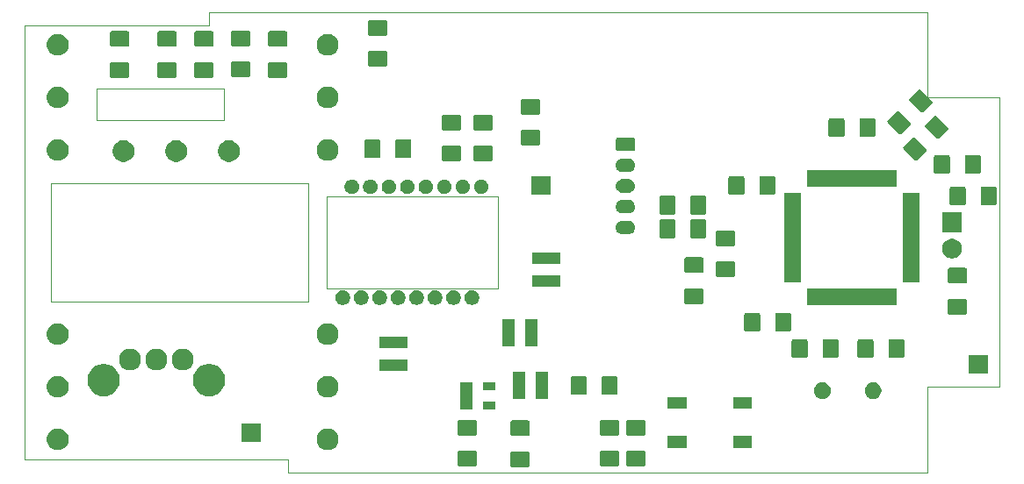
<source format=gbr>
G04 #@! TF.GenerationSoftware,KiCad,Pcbnew,6.0.0-unknown-f08d040~86~ubuntu18.04.1*
G04 #@! TF.CreationDate,2019-05-16T22:23:00+01:00*
G04 #@! TF.ProjectId,mouse8,6d6f7573-6538-42e6-9b69-6361645f7063,rev?*
G04 #@! TF.SameCoordinates,Original*
G04 #@! TF.FileFunction,Soldermask,Top*
G04 #@! TF.FilePolarity,Negative*
%FSLAX46Y46*%
G04 Gerber Fmt 4.6, Leading zero omitted, Abs format (unit mm)*
G04 Created by KiCad (PCBNEW 6.0.0-unknown-f08d040~86~ubuntu18.04.1) date 2019-05-16 22:23:00*
%MOMM*%
%LPD*%
G04 APERTURE LIST*
%ADD10C,0.050000*%
%ADD11C,0.100000*%
G04 APERTURE END LIST*
D10*
X159308800Y-70916800D02*
X159308800Y-73914000D01*
X171653200Y-70916800D02*
X159308800Y-70916800D01*
X171653200Y-73914000D02*
X171653200Y-70916800D01*
X159308800Y-73914000D02*
X171653200Y-73914000D01*
X154940000Y-80010000D02*
X179705000Y-80010000D01*
X181483000Y-90170000D02*
X181483000Y-81280000D01*
X197993000Y-90170000D02*
X181483000Y-90170000D01*
X197993000Y-81280000D02*
X197993000Y-90170000D01*
X181483000Y-81280000D02*
X197993000Y-81280000D01*
X177800000Y-106680000D02*
X177800000Y-107950000D01*
X152400000Y-106680000D02*
X177800000Y-106680000D01*
X170180000Y-64770000D02*
X152400000Y-64770000D01*
X170180000Y-63500000D02*
X170180000Y-64770000D01*
X154940000Y-91440000D02*
X154940000Y-90805000D01*
X179705000Y-91440000D02*
X179705000Y-90805000D01*
X179705000Y-80010000D02*
X179705000Y-90805000D01*
X239395000Y-71755000D02*
X246380000Y-71755000D01*
X239395000Y-63500000D02*
X239395000Y-71755000D01*
X239395000Y-99695000D02*
X239395000Y-107950000D01*
X246380000Y-99695000D02*
X239395000Y-99695000D01*
X154940000Y-90805000D02*
X154940000Y-80010000D01*
X179705000Y-91440000D02*
X154940000Y-91440000D01*
X152400000Y-106680000D02*
X152400000Y-64770000D01*
X239395000Y-107950000D02*
X177800000Y-107950000D01*
X246380000Y-71755000D02*
X246380000Y-99695000D01*
X170180000Y-63500000D02*
X239395000Y-63500000D01*
D11*
G36*
X200927562Y-105920681D02*
G01*
X200962481Y-105931274D01*
X200994663Y-105948476D01*
X201022873Y-105971627D01*
X201046024Y-105999837D01*
X201063226Y-106032019D01*
X201073819Y-106066938D01*
X201078000Y-106109395D01*
X201078000Y-107250605D01*
X201073819Y-107293062D01*
X201063226Y-107327981D01*
X201046024Y-107360163D01*
X201022873Y-107388373D01*
X200994663Y-107411524D01*
X200962481Y-107428726D01*
X200927562Y-107439319D01*
X200885105Y-107443500D01*
X199418895Y-107443500D01*
X199376438Y-107439319D01*
X199341519Y-107428726D01*
X199309337Y-107411524D01*
X199281127Y-107388373D01*
X199257976Y-107360163D01*
X199240774Y-107327981D01*
X199230181Y-107293062D01*
X199226000Y-107250605D01*
X199226000Y-106109395D01*
X199230181Y-106066938D01*
X199240774Y-106032019D01*
X199257976Y-105999837D01*
X199281127Y-105971627D01*
X199309337Y-105948476D01*
X199341519Y-105931274D01*
X199376438Y-105920681D01*
X199418895Y-105916500D01*
X200885105Y-105916500D01*
X200927562Y-105920681D01*
X200927562Y-105920681D01*
G37*
G36*
X212103562Y-105884181D02*
G01*
X212138481Y-105894774D01*
X212170663Y-105911976D01*
X212198873Y-105935127D01*
X212222024Y-105963337D01*
X212239226Y-105995519D01*
X212249819Y-106030438D01*
X212254000Y-106072895D01*
X212254000Y-107214105D01*
X212249819Y-107256562D01*
X212239226Y-107291481D01*
X212222024Y-107323663D01*
X212198873Y-107351873D01*
X212170663Y-107375024D01*
X212138481Y-107392226D01*
X212103562Y-107402819D01*
X212061105Y-107407000D01*
X210594895Y-107407000D01*
X210552438Y-107402819D01*
X210517519Y-107392226D01*
X210485337Y-107375024D01*
X210457127Y-107351873D01*
X210433976Y-107323663D01*
X210416774Y-107291481D01*
X210406181Y-107256562D01*
X210402000Y-107214105D01*
X210402000Y-106072895D01*
X210406181Y-106030438D01*
X210416774Y-105995519D01*
X210433976Y-105963337D01*
X210457127Y-105935127D01*
X210485337Y-105911976D01*
X210517519Y-105894774D01*
X210552438Y-105884181D01*
X210594895Y-105880000D01*
X212061105Y-105880000D01*
X212103562Y-105884181D01*
X212103562Y-105884181D01*
G37*
G36*
X195847562Y-105884181D02*
G01*
X195882481Y-105894774D01*
X195914663Y-105911976D01*
X195942873Y-105935127D01*
X195966024Y-105963337D01*
X195983226Y-105995519D01*
X195993819Y-106030438D01*
X195998000Y-106072895D01*
X195998000Y-107214105D01*
X195993819Y-107256562D01*
X195983226Y-107291481D01*
X195966024Y-107323663D01*
X195942873Y-107351873D01*
X195914663Y-107375024D01*
X195882481Y-107392226D01*
X195847562Y-107402819D01*
X195805105Y-107407000D01*
X194338895Y-107407000D01*
X194296438Y-107402819D01*
X194261519Y-107392226D01*
X194229337Y-107375024D01*
X194201127Y-107351873D01*
X194177976Y-107323663D01*
X194160774Y-107291481D01*
X194150181Y-107256562D01*
X194146000Y-107214105D01*
X194146000Y-106072895D01*
X194150181Y-106030438D01*
X194160774Y-105995519D01*
X194177976Y-105963337D01*
X194201127Y-105935127D01*
X194229337Y-105911976D01*
X194261519Y-105894774D01*
X194296438Y-105884181D01*
X194338895Y-105880000D01*
X195805105Y-105880000D01*
X195847562Y-105884181D01*
X195847562Y-105884181D01*
G37*
G36*
X209563562Y-105847681D02*
G01*
X209598481Y-105858274D01*
X209630663Y-105875476D01*
X209658873Y-105898627D01*
X209682024Y-105926837D01*
X209699226Y-105959019D01*
X209709819Y-105993938D01*
X209714000Y-106036395D01*
X209714000Y-107177605D01*
X209709819Y-107220062D01*
X209699226Y-107254981D01*
X209682024Y-107287163D01*
X209658873Y-107315373D01*
X209630663Y-107338524D01*
X209598481Y-107355726D01*
X209563562Y-107366319D01*
X209521105Y-107370500D01*
X208054895Y-107370500D01*
X208012438Y-107366319D01*
X207977519Y-107355726D01*
X207945337Y-107338524D01*
X207917127Y-107315373D01*
X207893976Y-107287163D01*
X207876774Y-107254981D01*
X207866181Y-107220062D01*
X207862000Y-107177605D01*
X207862000Y-106036395D01*
X207866181Y-105993938D01*
X207876774Y-105959019D01*
X207893976Y-105926837D01*
X207917127Y-105898627D01*
X207945337Y-105875476D01*
X207977519Y-105858274D01*
X208012438Y-105847681D01*
X208054895Y-105843500D01*
X209521105Y-105843500D01*
X209563562Y-105847681D01*
X209563562Y-105847681D01*
G37*
G36*
X155881564Y-103764389D02*
G01*
X156072833Y-103843615D01*
X156072835Y-103843616D01*
X156244973Y-103958635D01*
X156391365Y-104105027D01*
X156505342Y-104275605D01*
X156506385Y-104277167D01*
X156585611Y-104468436D01*
X156626000Y-104671484D01*
X156626000Y-104878516D01*
X156585611Y-105081564D01*
X156506385Y-105272833D01*
X156506384Y-105272835D01*
X156391365Y-105444973D01*
X156244973Y-105591365D01*
X156072835Y-105706384D01*
X156072834Y-105706385D01*
X156072833Y-105706385D01*
X155881564Y-105785611D01*
X155678516Y-105826000D01*
X155471484Y-105826000D01*
X155268436Y-105785611D01*
X155077167Y-105706385D01*
X155077166Y-105706385D01*
X155077165Y-105706384D01*
X154905027Y-105591365D01*
X154758635Y-105444973D01*
X154643616Y-105272835D01*
X154643615Y-105272833D01*
X154564389Y-105081564D01*
X154524000Y-104878516D01*
X154524000Y-104671484D01*
X154564389Y-104468436D01*
X154643615Y-104277167D01*
X154644659Y-104275605D01*
X154758635Y-104105027D01*
X154905027Y-103958635D01*
X155077165Y-103843616D01*
X155077167Y-103843615D01*
X155268436Y-103764389D01*
X155471484Y-103724000D01*
X155678516Y-103724000D01*
X155881564Y-103764389D01*
X155881564Y-103764389D01*
G37*
G36*
X181916564Y-103764389D02*
G01*
X182107833Y-103843615D01*
X182107835Y-103843616D01*
X182279973Y-103958635D01*
X182426365Y-104105027D01*
X182540342Y-104275605D01*
X182541385Y-104277167D01*
X182620611Y-104468436D01*
X182661000Y-104671484D01*
X182661000Y-104878516D01*
X182620611Y-105081564D01*
X182541385Y-105272833D01*
X182541384Y-105272835D01*
X182426365Y-105444973D01*
X182279973Y-105591365D01*
X182107835Y-105706384D01*
X182107834Y-105706385D01*
X182107833Y-105706385D01*
X181916564Y-105785611D01*
X181713516Y-105826000D01*
X181506484Y-105826000D01*
X181303436Y-105785611D01*
X181112167Y-105706385D01*
X181112166Y-105706385D01*
X181112165Y-105706384D01*
X180940027Y-105591365D01*
X180793635Y-105444973D01*
X180678616Y-105272835D01*
X180678615Y-105272833D01*
X180599389Y-105081564D01*
X180559000Y-104878516D01*
X180559000Y-104671484D01*
X180599389Y-104468436D01*
X180678615Y-104277167D01*
X180679659Y-104275605D01*
X180793635Y-104105027D01*
X180940027Y-103958635D01*
X181112165Y-103843616D01*
X181112167Y-103843615D01*
X181303436Y-103764389D01*
X181506484Y-103724000D01*
X181713516Y-103724000D01*
X181916564Y-103764389D01*
X181916564Y-103764389D01*
G37*
G36*
X222491000Y-105575000D02*
G01*
X220689000Y-105575000D01*
X220689000Y-104473000D01*
X222491000Y-104473000D01*
X222491000Y-105575000D01*
X222491000Y-105575000D01*
G37*
G36*
X216191000Y-105575000D02*
G01*
X214389000Y-105575000D01*
X214389000Y-104473000D01*
X216191000Y-104473000D01*
X216191000Y-105575000D01*
X216191000Y-105575000D01*
G37*
G36*
X175145000Y-105041000D02*
G01*
X173343000Y-105041000D01*
X173343000Y-103239000D01*
X175145000Y-103239000D01*
X175145000Y-105041000D01*
X175145000Y-105041000D01*
G37*
G36*
X200927562Y-102945681D02*
G01*
X200962481Y-102956274D01*
X200994663Y-102973476D01*
X201022873Y-102996627D01*
X201046024Y-103024837D01*
X201063226Y-103057019D01*
X201073819Y-103091938D01*
X201078000Y-103134395D01*
X201078000Y-104275605D01*
X201073819Y-104318062D01*
X201063226Y-104352981D01*
X201046024Y-104385163D01*
X201022873Y-104413373D01*
X200994663Y-104436524D01*
X200962481Y-104453726D01*
X200927562Y-104464319D01*
X200885105Y-104468500D01*
X199418895Y-104468500D01*
X199376438Y-104464319D01*
X199341519Y-104453726D01*
X199309337Y-104436524D01*
X199281127Y-104413373D01*
X199257976Y-104385163D01*
X199240774Y-104352981D01*
X199230181Y-104318062D01*
X199226000Y-104275605D01*
X199226000Y-103134395D01*
X199230181Y-103091938D01*
X199240774Y-103057019D01*
X199257976Y-103024837D01*
X199281127Y-102996627D01*
X199309337Y-102973476D01*
X199341519Y-102956274D01*
X199376438Y-102945681D01*
X199418895Y-102941500D01*
X200885105Y-102941500D01*
X200927562Y-102945681D01*
X200927562Y-102945681D01*
G37*
G36*
X195847562Y-102909181D02*
G01*
X195882481Y-102919774D01*
X195914663Y-102936976D01*
X195942873Y-102960127D01*
X195966024Y-102988337D01*
X195983226Y-103020519D01*
X195993819Y-103055438D01*
X195998000Y-103097895D01*
X195998000Y-104239105D01*
X195993819Y-104281562D01*
X195983226Y-104316481D01*
X195966024Y-104348663D01*
X195942873Y-104376873D01*
X195914663Y-104400024D01*
X195882481Y-104417226D01*
X195847562Y-104427819D01*
X195805105Y-104432000D01*
X194338895Y-104432000D01*
X194296438Y-104427819D01*
X194261519Y-104417226D01*
X194229337Y-104400024D01*
X194201127Y-104376873D01*
X194177976Y-104348663D01*
X194160774Y-104316481D01*
X194150181Y-104281562D01*
X194146000Y-104239105D01*
X194146000Y-103097895D01*
X194150181Y-103055438D01*
X194160774Y-103020519D01*
X194177976Y-102988337D01*
X194201127Y-102960127D01*
X194229337Y-102936976D01*
X194261519Y-102919774D01*
X194296438Y-102909181D01*
X194338895Y-102905000D01*
X195805105Y-102905000D01*
X195847562Y-102909181D01*
X195847562Y-102909181D01*
G37*
G36*
X212103562Y-102909181D02*
G01*
X212138481Y-102919774D01*
X212170663Y-102936976D01*
X212198873Y-102960127D01*
X212222024Y-102988337D01*
X212239226Y-103020519D01*
X212249819Y-103055438D01*
X212254000Y-103097895D01*
X212254000Y-104239105D01*
X212249819Y-104281562D01*
X212239226Y-104316481D01*
X212222024Y-104348663D01*
X212198873Y-104376873D01*
X212170663Y-104400024D01*
X212138481Y-104417226D01*
X212103562Y-104427819D01*
X212061105Y-104432000D01*
X210594895Y-104432000D01*
X210552438Y-104427819D01*
X210517519Y-104417226D01*
X210485337Y-104400024D01*
X210457127Y-104376873D01*
X210433976Y-104348663D01*
X210416774Y-104316481D01*
X210406181Y-104281562D01*
X210402000Y-104239105D01*
X210402000Y-103097895D01*
X210406181Y-103055438D01*
X210416774Y-103020519D01*
X210433976Y-102988337D01*
X210457127Y-102960127D01*
X210485337Y-102936976D01*
X210517519Y-102919774D01*
X210552438Y-102909181D01*
X210594895Y-102905000D01*
X212061105Y-102905000D01*
X212103562Y-102909181D01*
X212103562Y-102909181D01*
G37*
G36*
X209563562Y-102872681D02*
G01*
X209598481Y-102883274D01*
X209630663Y-102900476D01*
X209658873Y-102923627D01*
X209682024Y-102951837D01*
X209699226Y-102984019D01*
X209709819Y-103018938D01*
X209714000Y-103061395D01*
X209714000Y-104202605D01*
X209709819Y-104245062D01*
X209699226Y-104279981D01*
X209682024Y-104312163D01*
X209658873Y-104340373D01*
X209630663Y-104363524D01*
X209598481Y-104380726D01*
X209563562Y-104391319D01*
X209521105Y-104395500D01*
X208054895Y-104395500D01*
X208012438Y-104391319D01*
X207977519Y-104380726D01*
X207945337Y-104363524D01*
X207917127Y-104340373D01*
X207893976Y-104312163D01*
X207876774Y-104279981D01*
X207866181Y-104245062D01*
X207862000Y-104202605D01*
X207862000Y-103061395D01*
X207866181Y-103018938D01*
X207876774Y-102984019D01*
X207893976Y-102951837D01*
X207917127Y-102923627D01*
X207945337Y-102900476D01*
X207977519Y-102883274D01*
X208012438Y-102872681D01*
X208054895Y-102868500D01*
X209521105Y-102868500D01*
X209563562Y-102872681D01*
X209563562Y-102872681D01*
G37*
G36*
X195569000Y-101910000D02*
G01*
X194407000Y-101910000D01*
X194407000Y-99258000D01*
X195569000Y-99258000D01*
X195569000Y-101910000D01*
X195569000Y-101910000D01*
G37*
G36*
X197769000Y-101910000D02*
G01*
X196607000Y-101910000D01*
X196607000Y-101158000D01*
X197769000Y-101158000D01*
X197769000Y-101910000D01*
X197769000Y-101910000D01*
G37*
G36*
X222491000Y-101775000D02*
G01*
X220689000Y-101775000D01*
X220689000Y-100673000D01*
X222491000Y-100673000D01*
X222491000Y-101775000D01*
X222491000Y-101775000D01*
G37*
G36*
X216191000Y-101775000D02*
G01*
X214389000Y-101775000D01*
X214389000Y-100673000D01*
X216191000Y-100673000D01*
X216191000Y-101775000D01*
X216191000Y-101775000D01*
G37*
G36*
X200649000Y-100894000D02*
G01*
X199487000Y-100894000D01*
X199487000Y-98242000D01*
X200649000Y-98242000D01*
X200649000Y-100894000D01*
X200649000Y-100894000D01*
G37*
G36*
X202849000Y-100894000D02*
G01*
X201687000Y-100894000D01*
X201687000Y-98242000D01*
X202849000Y-98242000D01*
X202849000Y-100894000D01*
X202849000Y-100894000D01*
G37*
G36*
X229541642Y-99305781D02*
G01*
X229687414Y-99366162D01*
X229687416Y-99366163D01*
X229818608Y-99453822D01*
X229930178Y-99565392D01*
X229947613Y-99591486D01*
X230017838Y-99696586D01*
X230078219Y-99842358D01*
X230109000Y-99997107D01*
X230109000Y-100154893D01*
X230078219Y-100309642D01*
X230020556Y-100448852D01*
X230017837Y-100455416D01*
X229930178Y-100586608D01*
X229818608Y-100698178D01*
X229687416Y-100785837D01*
X229687415Y-100785838D01*
X229687414Y-100785838D01*
X229541642Y-100846219D01*
X229386893Y-100877000D01*
X229229107Y-100877000D01*
X229074358Y-100846219D01*
X228928586Y-100785838D01*
X228928585Y-100785838D01*
X228928584Y-100785837D01*
X228797392Y-100698178D01*
X228685822Y-100586608D01*
X228598163Y-100455416D01*
X228595444Y-100448852D01*
X228537781Y-100309642D01*
X228507000Y-100154893D01*
X228507000Y-99997107D01*
X228537781Y-99842358D01*
X228598162Y-99696586D01*
X228668387Y-99591486D01*
X228685822Y-99565392D01*
X228797392Y-99453822D01*
X228928584Y-99366163D01*
X228928586Y-99366162D01*
X229074358Y-99305781D01*
X229229107Y-99275000D01*
X229386893Y-99275000D01*
X229541642Y-99305781D01*
X229541642Y-99305781D01*
G37*
G36*
X234421642Y-99305781D02*
G01*
X234567414Y-99366162D01*
X234567416Y-99366163D01*
X234698608Y-99453822D01*
X234810178Y-99565392D01*
X234827613Y-99591486D01*
X234897838Y-99696586D01*
X234958219Y-99842358D01*
X234989000Y-99997107D01*
X234989000Y-100154893D01*
X234958219Y-100309642D01*
X234900556Y-100448852D01*
X234897837Y-100455416D01*
X234810178Y-100586608D01*
X234698608Y-100698178D01*
X234567416Y-100785837D01*
X234567415Y-100785838D01*
X234567414Y-100785838D01*
X234421642Y-100846219D01*
X234266893Y-100877000D01*
X234109107Y-100877000D01*
X233954358Y-100846219D01*
X233808586Y-100785838D01*
X233808585Y-100785838D01*
X233808584Y-100785837D01*
X233677392Y-100698178D01*
X233565822Y-100586608D01*
X233478163Y-100455416D01*
X233475444Y-100448852D01*
X233417781Y-100309642D01*
X233387000Y-100154893D01*
X233387000Y-99997107D01*
X233417781Y-99842358D01*
X233478162Y-99696586D01*
X233548387Y-99591486D01*
X233565822Y-99565392D01*
X233677392Y-99453822D01*
X233808584Y-99366163D01*
X233808586Y-99366162D01*
X233954358Y-99305781D01*
X234109107Y-99275000D01*
X234266893Y-99275000D01*
X234421642Y-99305781D01*
X234421642Y-99305781D01*
G37*
G36*
X155881564Y-98684389D02*
G01*
X156066667Y-98761061D01*
X156072835Y-98763616D01*
X156213538Y-98857631D01*
X156244973Y-98878635D01*
X156391365Y-99025027D01*
X156506385Y-99197167D01*
X156585611Y-99388436D01*
X156626000Y-99591484D01*
X156626000Y-99798516D01*
X156585611Y-100001564D01*
X156522100Y-100154893D01*
X156506384Y-100192835D01*
X156391365Y-100364973D01*
X156244973Y-100511365D01*
X156072835Y-100626384D01*
X156072834Y-100626385D01*
X156072833Y-100626385D01*
X155881564Y-100705611D01*
X155678516Y-100746000D01*
X155471484Y-100746000D01*
X155268436Y-100705611D01*
X155077167Y-100626385D01*
X155077166Y-100626385D01*
X155077165Y-100626384D01*
X154905027Y-100511365D01*
X154758635Y-100364973D01*
X154643616Y-100192835D01*
X154627900Y-100154893D01*
X154564389Y-100001564D01*
X154524000Y-99798516D01*
X154524000Y-99591484D01*
X154564389Y-99388436D01*
X154643615Y-99197167D01*
X154758635Y-99025027D01*
X154905027Y-98878635D01*
X154936462Y-98857631D01*
X155077165Y-98763616D01*
X155083333Y-98761061D01*
X155268436Y-98684389D01*
X155471484Y-98644000D01*
X155678516Y-98644000D01*
X155881564Y-98684389D01*
X155881564Y-98684389D01*
G37*
G36*
X181916564Y-98684389D02*
G01*
X182101667Y-98761061D01*
X182107835Y-98763616D01*
X182248538Y-98857631D01*
X182279973Y-98878635D01*
X182426365Y-99025027D01*
X182541385Y-99197167D01*
X182620611Y-99388436D01*
X182661000Y-99591484D01*
X182661000Y-99798516D01*
X182620611Y-100001564D01*
X182557100Y-100154893D01*
X182541384Y-100192835D01*
X182426365Y-100364973D01*
X182279973Y-100511365D01*
X182107835Y-100626384D01*
X182107834Y-100626385D01*
X182107833Y-100626385D01*
X181916564Y-100705611D01*
X181713516Y-100746000D01*
X181506484Y-100746000D01*
X181303436Y-100705611D01*
X181112167Y-100626385D01*
X181112166Y-100626385D01*
X181112165Y-100626384D01*
X180940027Y-100511365D01*
X180793635Y-100364973D01*
X180678616Y-100192835D01*
X180662900Y-100154893D01*
X180599389Y-100001564D01*
X180559000Y-99798516D01*
X180559000Y-99591484D01*
X180599389Y-99388436D01*
X180678615Y-99197167D01*
X180793635Y-99025027D01*
X180940027Y-98878635D01*
X180971462Y-98857631D01*
X181112165Y-98763616D01*
X181118333Y-98761061D01*
X181303436Y-98684389D01*
X181506484Y-98644000D01*
X181713516Y-98644000D01*
X181916564Y-98684389D01*
X181916564Y-98684389D01*
G37*
G36*
X160322585Y-97538802D02*
G01*
X160472410Y-97568604D01*
X160754674Y-97685521D01*
X161008705Y-97855259D01*
X161224741Y-98071295D01*
X161394479Y-98325326D01*
X161511396Y-98607590D01*
X161521179Y-98656774D01*
X161548165Y-98792438D01*
X161571000Y-98907240D01*
X161571000Y-99212760D01*
X161511396Y-99512410D01*
X161394479Y-99794674D01*
X161224741Y-100048705D01*
X161008705Y-100264741D01*
X160754674Y-100434479D01*
X160472410Y-100551396D01*
X160322585Y-100581198D01*
X160172761Y-100611000D01*
X159867239Y-100611000D01*
X159717415Y-100581198D01*
X159567590Y-100551396D01*
X159285326Y-100434479D01*
X159031295Y-100264741D01*
X158815259Y-100048705D01*
X158645521Y-99794674D01*
X158528604Y-99512410D01*
X158469000Y-99212760D01*
X158469000Y-98907240D01*
X158491836Y-98792438D01*
X158518821Y-98656774D01*
X158528604Y-98607590D01*
X158645521Y-98325326D01*
X158815259Y-98071295D01*
X159031295Y-97855259D01*
X159285326Y-97685521D01*
X159567590Y-97568604D01*
X159717415Y-97538802D01*
X159867239Y-97509000D01*
X160172761Y-97509000D01*
X160322585Y-97538802D01*
X160322585Y-97538802D01*
G37*
G36*
X170482585Y-97538802D02*
G01*
X170632410Y-97568604D01*
X170914674Y-97685521D01*
X171168705Y-97855259D01*
X171384741Y-98071295D01*
X171554479Y-98325326D01*
X171671396Y-98607590D01*
X171681179Y-98656774D01*
X171708165Y-98792438D01*
X171731000Y-98907240D01*
X171731000Y-99212760D01*
X171671396Y-99512410D01*
X171554479Y-99794674D01*
X171384741Y-100048705D01*
X171168705Y-100264741D01*
X170914674Y-100434479D01*
X170632410Y-100551396D01*
X170482585Y-100581198D01*
X170332761Y-100611000D01*
X170027239Y-100611000D01*
X169877415Y-100581198D01*
X169727590Y-100551396D01*
X169445326Y-100434479D01*
X169191295Y-100264741D01*
X168975259Y-100048705D01*
X168805521Y-99794674D01*
X168688604Y-99512410D01*
X168629000Y-99212760D01*
X168629000Y-98907240D01*
X168651836Y-98792438D01*
X168678821Y-98656774D01*
X168688604Y-98607590D01*
X168805521Y-98325326D01*
X168975259Y-98071295D01*
X169191295Y-97855259D01*
X169445326Y-97685521D01*
X169727590Y-97568604D01*
X169877415Y-97538802D01*
X170027239Y-97509000D01*
X170332761Y-97509000D01*
X170482585Y-97538802D01*
X170482585Y-97538802D01*
G37*
G36*
X209401062Y-98646181D02*
G01*
X209435981Y-98656774D01*
X209468163Y-98673976D01*
X209496373Y-98697127D01*
X209519524Y-98725337D01*
X209536726Y-98757519D01*
X209547319Y-98792438D01*
X209551500Y-98834895D01*
X209551500Y-100301105D01*
X209547319Y-100343562D01*
X209536726Y-100378481D01*
X209519524Y-100410663D01*
X209496373Y-100438873D01*
X209468163Y-100462024D01*
X209435981Y-100479226D01*
X209401062Y-100489819D01*
X209358605Y-100494000D01*
X208217395Y-100494000D01*
X208174938Y-100489819D01*
X208140019Y-100479226D01*
X208107837Y-100462024D01*
X208079627Y-100438873D01*
X208056476Y-100410663D01*
X208039274Y-100378481D01*
X208028681Y-100343562D01*
X208024500Y-100301105D01*
X208024500Y-98834895D01*
X208028681Y-98792438D01*
X208039274Y-98757519D01*
X208056476Y-98725337D01*
X208079627Y-98697127D01*
X208107837Y-98673976D01*
X208140019Y-98656774D01*
X208174938Y-98646181D01*
X208217395Y-98642000D01*
X209358605Y-98642000D01*
X209401062Y-98646181D01*
X209401062Y-98646181D01*
G37*
G36*
X206426062Y-98646181D02*
G01*
X206460981Y-98656774D01*
X206493163Y-98673976D01*
X206521373Y-98697127D01*
X206544524Y-98725337D01*
X206561726Y-98757519D01*
X206572319Y-98792438D01*
X206576500Y-98834895D01*
X206576500Y-100301105D01*
X206572319Y-100343562D01*
X206561726Y-100378481D01*
X206544524Y-100410663D01*
X206521373Y-100438873D01*
X206493163Y-100462024D01*
X206460981Y-100479226D01*
X206426062Y-100489819D01*
X206383605Y-100494000D01*
X205242395Y-100494000D01*
X205199938Y-100489819D01*
X205165019Y-100479226D01*
X205132837Y-100462024D01*
X205104627Y-100438873D01*
X205081476Y-100410663D01*
X205064274Y-100378481D01*
X205053681Y-100343562D01*
X205049500Y-100301105D01*
X205049500Y-98834895D01*
X205053681Y-98792438D01*
X205064274Y-98757519D01*
X205081476Y-98725337D01*
X205104627Y-98697127D01*
X205132837Y-98673976D01*
X205165019Y-98656774D01*
X205199938Y-98646181D01*
X205242395Y-98642000D01*
X206383605Y-98642000D01*
X206426062Y-98646181D01*
X206426062Y-98646181D01*
G37*
G36*
X197769000Y-100010000D02*
G01*
X196607000Y-100010000D01*
X196607000Y-99258000D01*
X197769000Y-99258000D01*
X197769000Y-100010000D01*
X197769000Y-100010000D01*
G37*
G36*
X245249000Y-98437000D02*
G01*
X243447000Y-98437000D01*
X243447000Y-96635000D01*
X245249000Y-96635000D01*
X245249000Y-98437000D01*
X245249000Y-98437000D01*
G37*
G36*
X189286000Y-98201000D02*
G01*
X186634000Y-98201000D01*
X186634000Y-97039000D01*
X189286000Y-97039000D01*
X189286000Y-98201000D01*
X189286000Y-98201000D01*
G37*
G36*
X165406564Y-96049389D02*
G01*
X165597833Y-96128615D01*
X165597835Y-96128616D01*
X165769973Y-96243635D01*
X165916365Y-96390027D01*
X166031385Y-96562167D01*
X166110611Y-96753436D01*
X166151000Y-96956484D01*
X166151000Y-97163516D01*
X166110611Y-97366564D01*
X166051612Y-97509000D01*
X166031384Y-97557835D01*
X165916365Y-97729973D01*
X165769973Y-97876365D01*
X165597835Y-97991384D01*
X165597834Y-97991385D01*
X165597833Y-97991385D01*
X165406564Y-98070611D01*
X165203516Y-98111000D01*
X164996484Y-98111000D01*
X164793436Y-98070611D01*
X164602167Y-97991385D01*
X164602166Y-97991385D01*
X164602165Y-97991384D01*
X164430027Y-97876365D01*
X164283635Y-97729973D01*
X164168616Y-97557835D01*
X164148388Y-97509000D01*
X164089389Y-97366564D01*
X164049000Y-97163516D01*
X164049000Y-96956484D01*
X164089389Y-96753436D01*
X164168615Y-96562167D01*
X164283635Y-96390027D01*
X164430027Y-96243635D01*
X164602165Y-96128616D01*
X164602167Y-96128615D01*
X164793436Y-96049389D01*
X164996484Y-96009000D01*
X165203516Y-96009000D01*
X165406564Y-96049389D01*
X165406564Y-96049389D01*
G37*
G36*
X162866564Y-96049389D02*
G01*
X163057833Y-96128615D01*
X163057835Y-96128616D01*
X163229973Y-96243635D01*
X163376365Y-96390027D01*
X163491385Y-96562167D01*
X163570611Y-96753436D01*
X163611000Y-96956484D01*
X163611000Y-97163516D01*
X163570611Y-97366564D01*
X163511612Y-97509000D01*
X163491384Y-97557835D01*
X163376365Y-97729973D01*
X163229973Y-97876365D01*
X163057835Y-97991384D01*
X163057834Y-97991385D01*
X163057833Y-97991385D01*
X162866564Y-98070611D01*
X162663516Y-98111000D01*
X162456484Y-98111000D01*
X162253436Y-98070611D01*
X162062167Y-97991385D01*
X162062166Y-97991385D01*
X162062165Y-97991384D01*
X161890027Y-97876365D01*
X161743635Y-97729973D01*
X161628616Y-97557835D01*
X161608388Y-97509000D01*
X161549389Y-97366564D01*
X161509000Y-97163516D01*
X161509000Y-96956484D01*
X161549389Y-96753436D01*
X161628615Y-96562167D01*
X161743635Y-96390027D01*
X161890027Y-96243635D01*
X162062165Y-96128616D01*
X162062167Y-96128615D01*
X162253436Y-96049389D01*
X162456484Y-96009000D01*
X162663516Y-96009000D01*
X162866564Y-96049389D01*
X162866564Y-96049389D01*
G37*
G36*
X167946564Y-96049389D02*
G01*
X168137833Y-96128615D01*
X168137835Y-96128616D01*
X168309973Y-96243635D01*
X168456365Y-96390027D01*
X168571385Y-96562167D01*
X168650611Y-96753436D01*
X168691000Y-96956484D01*
X168691000Y-97163516D01*
X168650611Y-97366564D01*
X168591612Y-97509000D01*
X168571384Y-97557835D01*
X168456365Y-97729973D01*
X168309973Y-97876365D01*
X168137835Y-97991384D01*
X168137834Y-97991385D01*
X168137833Y-97991385D01*
X167946564Y-98070611D01*
X167743516Y-98111000D01*
X167536484Y-98111000D01*
X167333436Y-98070611D01*
X167142167Y-97991385D01*
X167142166Y-97991385D01*
X167142165Y-97991384D01*
X166970027Y-97876365D01*
X166823635Y-97729973D01*
X166708616Y-97557835D01*
X166688388Y-97509000D01*
X166629389Y-97366564D01*
X166589000Y-97163516D01*
X166589000Y-96956484D01*
X166629389Y-96753436D01*
X166708615Y-96562167D01*
X166823635Y-96390027D01*
X166970027Y-96243635D01*
X167142165Y-96128616D01*
X167142167Y-96128615D01*
X167333436Y-96049389D01*
X167536484Y-96009000D01*
X167743516Y-96009000D01*
X167946564Y-96049389D01*
X167946564Y-96049389D01*
G37*
G36*
X234075562Y-95090181D02*
G01*
X234110481Y-95100774D01*
X234142663Y-95117976D01*
X234170873Y-95141127D01*
X234194024Y-95169337D01*
X234211226Y-95201519D01*
X234221819Y-95236438D01*
X234226000Y-95278895D01*
X234226000Y-96745105D01*
X234221819Y-96787562D01*
X234211226Y-96822481D01*
X234194024Y-96854663D01*
X234170873Y-96882873D01*
X234142663Y-96906024D01*
X234110481Y-96923226D01*
X234075562Y-96933819D01*
X234033105Y-96938000D01*
X232891895Y-96938000D01*
X232849438Y-96933819D01*
X232814519Y-96923226D01*
X232782337Y-96906024D01*
X232754127Y-96882873D01*
X232730976Y-96854663D01*
X232713774Y-96822481D01*
X232703181Y-96787562D01*
X232699000Y-96745105D01*
X232699000Y-95278895D01*
X232703181Y-95236438D01*
X232713774Y-95201519D01*
X232730976Y-95169337D01*
X232754127Y-95141127D01*
X232782337Y-95117976D01*
X232814519Y-95100774D01*
X232849438Y-95090181D01*
X232891895Y-95086000D01*
X234033105Y-95086000D01*
X234075562Y-95090181D01*
X234075562Y-95090181D01*
G37*
G36*
X237050562Y-95090181D02*
G01*
X237085481Y-95100774D01*
X237117663Y-95117976D01*
X237145873Y-95141127D01*
X237169024Y-95169337D01*
X237186226Y-95201519D01*
X237196819Y-95236438D01*
X237201000Y-95278895D01*
X237201000Y-96745105D01*
X237196819Y-96787562D01*
X237186226Y-96822481D01*
X237169024Y-96854663D01*
X237145873Y-96882873D01*
X237117663Y-96906024D01*
X237085481Y-96923226D01*
X237050562Y-96933819D01*
X237008105Y-96938000D01*
X235866895Y-96938000D01*
X235824438Y-96933819D01*
X235789519Y-96923226D01*
X235757337Y-96906024D01*
X235729127Y-96882873D01*
X235705976Y-96854663D01*
X235688774Y-96822481D01*
X235678181Y-96787562D01*
X235674000Y-96745105D01*
X235674000Y-95278895D01*
X235678181Y-95236438D01*
X235688774Y-95201519D01*
X235705976Y-95169337D01*
X235729127Y-95141127D01*
X235757337Y-95117976D01*
X235789519Y-95100774D01*
X235824438Y-95090181D01*
X235866895Y-95086000D01*
X237008105Y-95086000D01*
X237050562Y-95090181D01*
X237050562Y-95090181D01*
G37*
G36*
X227725562Y-95090181D02*
G01*
X227760481Y-95100774D01*
X227792663Y-95117976D01*
X227820873Y-95141127D01*
X227844024Y-95169337D01*
X227861226Y-95201519D01*
X227871819Y-95236438D01*
X227876000Y-95278895D01*
X227876000Y-96745105D01*
X227871819Y-96787562D01*
X227861226Y-96822481D01*
X227844024Y-96854663D01*
X227820873Y-96882873D01*
X227792663Y-96906024D01*
X227760481Y-96923226D01*
X227725562Y-96933819D01*
X227683105Y-96938000D01*
X226541895Y-96938000D01*
X226499438Y-96933819D01*
X226464519Y-96923226D01*
X226432337Y-96906024D01*
X226404127Y-96882873D01*
X226380976Y-96854663D01*
X226363774Y-96822481D01*
X226353181Y-96787562D01*
X226349000Y-96745105D01*
X226349000Y-95278895D01*
X226353181Y-95236438D01*
X226363774Y-95201519D01*
X226380976Y-95169337D01*
X226404127Y-95141127D01*
X226432337Y-95117976D01*
X226464519Y-95100774D01*
X226499438Y-95090181D01*
X226541895Y-95086000D01*
X227683105Y-95086000D01*
X227725562Y-95090181D01*
X227725562Y-95090181D01*
G37*
G36*
X230700562Y-95090181D02*
G01*
X230735481Y-95100774D01*
X230767663Y-95117976D01*
X230795873Y-95141127D01*
X230819024Y-95169337D01*
X230836226Y-95201519D01*
X230846819Y-95236438D01*
X230851000Y-95278895D01*
X230851000Y-96745105D01*
X230846819Y-96787562D01*
X230836226Y-96822481D01*
X230819024Y-96854663D01*
X230795873Y-96882873D01*
X230767663Y-96906024D01*
X230735481Y-96923226D01*
X230700562Y-96933819D01*
X230658105Y-96938000D01*
X229516895Y-96938000D01*
X229474438Y-96933819D01*
X229439519Y-96923226D01*
X229407337Y-96906024D01*
X229379127Y-96882873D01*
X229355976Y-96854663D01*
X229338774Y-96822481D01*
X229328181Y-96787562D01*
X229324000Y-96745105D01*
X229324000Y-95278895D01*
X229328181Y-95236438D01*
X229338774Y-95201519D01*
X229355976Y-95169337D01*
X229379127Y-95141127D01*
X229407337Y-95117976D01*
X229439519Y-95100774D01*
X229474438Y-95090181D01*
X229516895Y-95086000D01*
X230658105Y-95086000D01*
X230700562Y-95090181D01*
X230700562Y-95090181D01*
G37*
G36*
X189286000Y-96001000D02*
G01*
X186634000Y-96001000D01*
X186634000Y-94839000D01*
X189286000Y-94839000D01*
X189286000Y-96001000D01*
X189286000Y-96001000D01*
G37*
G36*
X201833000Y-95814000D02*
G01*
X200671000Y-95814000D01*
X200671000Y-93162000D01*
X201833000Y-93162000D01*
X201833000Y-95814000D01*
X201833000Y-95814000D01*
G37*
G36*
X199633000Y-95814000D02*
G01*
X198471000Y-95814000D01*
X198471000Y-93162000D01*
X199633000Y-93162000D01*
X199633000Y-95814000D01*
X199633000Y-95814000D01*
G37*
G36*
X155881564Y-93604389D02*
G01*
X156072833Y-93683615D01*
X156072835Y-93683616D01*
X156244973Y-93798635D01*
X156391365Y-93945027D01*
X156506385Y-94117167D01*
X156585611Y-94308436D01*
X156626000Y-94511484D01*
X156626000Y-94718516D01*
X156585611Y-94921564D01*
X156515768Y-95090181D01*
X156506384Y-95112835D01*
X156391365Y-95284973D01*
X156244973Y-95431365D01*
X156072835Y-95546384D01*
X156072834Y-95546385D01*
X156072833Y-95546385D01*
X155881564Y-95625611D01*
X155678516Y-95666000D01*
X155471484Y-95666000D01*
X155268436Y-95625611D01*
X155077167Y-95546385D01*
X155077166Y-95546385D01*
X155077165Y-95546384D01*
X154905027Y-95431365D01*
X154758635Y-95284973D01*
X154643616Y-95112835D01*
X154634232Y-95090181D01*
X154564389Y-94921564D01*
X154524000Y-94718516D01*
X154524000Y-94511484D01*
X154564389Y-94308436D01*
X154643615Y-94117167D01*
X154758635Y-93945027D01*
X154905027Y-93798635D01*
X155077165Y-93683616D01*
X155077167Y-93683615D01*
X155268436Y-93604389D01*
X155471484Y-93564000D01*
X155678516Y-93564000D01*
X155881564Y-93604389D01*
X155881564Y-93604389D01*
G37*
G36*
X181916564Y-93604389D02*
G01*
X182107833Y-93683615D01*
X182107835Y-93683616D01*
X182279973Y-93798635D01*
X182426365Y-93945027D01*
X182541385Y-94117167D01*
X182620611Y-94308436D01*
X182661000Y-94511484D01*
X182661000Y-94718516D01*
X182620611Y-94921564D01*
X182550768Y-95090181D01*
X182541384Y-95112835D01*
X182426365Y-95284973D01*
X182279973Y-95431365D01*
X182107835Y-95546384D01*
X182107834Y-95546385D01*
X182107833Y-95546385D01*
X181916564Y-95625611D01*
X181713516Y-95666000D01*
X181506484Y-95666000D01*
X181303436Y-95625611D01*
X181112167Y-95546385D01*
X181112166Y-95546385D01*
X181112165Y-95546384D01*
X180940027Y-95431365D01*
X180793635Y-95284973D01*
X180678616Y-95112835D01*
X180669232Y-95090181D01*
X180599389Y-94921564D01*
X180559000Y-94718516D01*
X180559000Y-94511484D01*
X180599389Y-94308436D01*
X180678615Y-94117167D01*
X180793635Y-93945027D01*
X180940027Y-93798635D01*
X181112165Y-93683616D01*
X181112167Y-93683615D01*
X181303436Y-93604389D01*
X181506484Y-93564000D01*
X181713516Y-93564000D01*
X181916564Y-93604389D01*
X181916564Y-93604389D01*
G37*
G36*
X226128562Y-92550181D02*
G01*
X226163481Y-92560774D01*
X226195663Y-92577976D01*
X226223873Y-92601127D01*
X226247024Y-92629337D01*
X226264226Y-92661519D01*
X226274819Y-92696438D01*
X226279000Y-92738895D01*
X226279000Y-94205105D01*
X226274819Y-94247562D01*
X226264226Y-94282481D01*
X226247024Y-94314663D01*
X226223873Y-94342873D01*
X226195663Y-94366024D01*
X226163481Y-94383226D01*
X226128562Y-94393819D01*
X226086105Y-94398000D01*
X224944895Y-94398000D01*
X224902438Y-94393819D01*
X224867519Y-94383226D01*
X224835337Y-94366024D01*
X224807127Y-94342873D01*
X224783976Y-94314663D01*
X224766774Y-94282481D01*
X224756181Y-94247562D01*
X224752000Y-94205105D01*
X224752000Y-92738895D01*
X224756181Y-92696438D01*
X224766774Y-92661519D01*
X224783976Y-92629337D01*
X224807127Y-92601127D01*
X224835337Y-92577976D01*
X224867519Y-92560774D01*
X224902438Y-92550181D01*
X224944895Y-92546000D01*
X226086105Y-92546000D01*
X226128562Y-92550181D01*
X226128562Y-92550181D01*
G37*
G36*
X223153562Y-92550181D02*
G01*
X223188481Y-92560774D01*
X223220663Y-92577976D01*
X223248873Y-92601127D01*
X223272024Y-92629337D01*
X223289226Y-92661519D01*
X223299819Y-92696438D01*
X223304000Y-92738895D01*
X223304000Y-94205105D01*
X223299819Y-94247562D01*
X223289226Y-94282481D01*
X223272024Y-94314663D01*
X223248873Y-94342873D01*
X223220663Y-94366024D01*
X223188481Y-94383226D01*
X223153562Y-94393819D01*
X223111105Y-94398000D01*
X221969895Y-94398000D01*
X221927438Y-94393819D01*
X221892519Y-94383226D01*
X221860337Y-94366024D01*
X221832127Y-94342873D01*
X221808976Y-94314663D01*
X221791774Y-94282481D01*
X221781181Y-94247562D01*
X221777000Y-94205105D01*
X221777000Y-92738895D01*
X221781181Y-92696438D01*
X221791774Y-92661519D01*
X221808976Y-92629337D01*
X221832127Y-92601127D01*
X221860337Y-92577976D01*
X221892519Y-92560774D01*
X221927438Y-92550181D01*
X221969895Y-92546000D01*
X223111105Y-92546000D01*
X223153562Y-92550181D01*
X223153562Y-92550181D01*
G37*
G36*
X243091562Y-91188681D02*
G01*
X243126481Y-91199274D01*
X243158663Y-91216476D01*
X243186873Y-91239627D01*
X243210024Y-91267837D01*
X243227226Y-91300019D01*
X243237819Y-91334938D01*
X243242000Y-91377395D01*
X243242000Y-92518605D01*
X243237819Y-92561062D01*
X243227226Y-92595981D01*
X243210024Y-92628163D01*
X243186873Y-92656373D01*
X243158663Y-92679524D01*
X243126481Y-92696726D01*
X243091562Y-92707319D01*
X243049105Y-92711500D01*
X241582895Y-92711500D01*
X241540438Y-92707319D01*
X241505519Y-92696726D01*
X241473337Y-92679524D01*
X241445127Y-92656373D01*
X241421976Y-92628163D01*
X241404774Y-92595981D01*
X241394181Y-92561062D01*
X241390000Y-92518605D01*
X241390000Y-91377395D01*
X241394181Y-91334938D01*
X241404774Y-91300019D01*
X241421976Y-91267837D01*
X241445127Y-91239627D01*
X241473337Y-91216476D01*
X241505519Y-91199274D01*
X241540438Y-91188681D01*
X241582895Y-91184500D01*
X243049105Y-91184500D01*
X243091562Y-91188681D01*
X243091562Y-91188681D01*
G37*
G36*
X236482000Y-91814000D02*
G01*
X227830000Y-91814000D01*
X227830000Y-90212000D01*
X236482000Y-90212000D01*
X236482000Y-91814000D01*
X236482000Y-91814000D01*
G37*
G36*
X186827473Y-90400938D02*
G01*
X186955049Y-90453782D01*
X187069859Y-90530495D01*
X187167505Y-90628141D01*
X187244218Y-90742951D01*
X187297062Y-90870527D01*
X187324000Y-91005956D01*
X187324000Y-91144044D01*
X187297062Y-91279473D01*
X187244218Y-91407049D01*
X187167505Y-91521859D01*
X187069859Y-91619505D01*
X186955049Y-91696218D01*
X186827473Y-91749062D01*
X186692044Y-91776000D01*
X186553956Y-91776000D01*
X186418527Y-91749062D01*
X186290951Y-91696218D01*
X186176141Y-91619505D01*
X186078495Y-91521859D01*
X186001782Y-91407049D01*
X185948938Y-91279473D01*
X185922000Y-91144044D01*
X185922000Y-91005956D01*
X185948938Y-90870527D01*
X186001782Y-90742951D01*
X186078495Y-90628141D01*
X186176141Y-90530495D01*
X186290951Y-90453782D01*
X186418527Y-90400938D01*
X186553956Y-90374000D01*
X186692044Y-90374000D01*
X186827473Y-90400938D01*
X186827473Y-90400938D01*
G37*
G36*
X195727473Y-90400938D02*
G01*
X195855049Y-90453782D01*
X195969859Y-90530495D01*
X196067505Y-90628141D01*
X196144218Y-90742951D01*
X196197062Y-90870527D01*
X196224000Y-91005956D01*
X196224000Y-91144044D01*
X196197062Y-91279473D01*
X196144218Y-91407049D01*
X196067505Y-91521859D01*
X195969859Y-91619505D01*
X195855049Y-91696218D01*
X195727473Y-91749062D01*
X195592044Y-91776000D01*
X195453956Y-91776000D01*
X195318527Y-91749062D01*
X195190951Y-91696218D01*
X195076141Y-91619505D01*
X194978495Y-91521859D01*
X194901782Y-91407049D01*
X194848938Y-91279473D01*
X194822000Y-91144044D01*
X194822000Y-91005956D01*
X194848938Y-90870527D01*
X194901782Y-90742951D01*
X194978495Y-90628141D01*
X195076141Y-90530495D01*
X195190951Y-90453782D01*
X195318527Y-90400938D01*
X195453956Y-90374000D01*
X195592044Y-90374000D01*
X195727473Y-90400938D01*
X195727473Y-90400938D01*
G37*
G36*
X185047473Y-90400938D02*
G01*
X185175049Y-90453782D01*
X185289859Y-90530495D01*
X185387505Y-90628141D01*
X185464218Y-90742951D01*
X185517062Y-90870527D01*
X185544000Y-91005956D01*
X185544000Y-91144044D01*
X185517062Y-91279473D01*
X185464218Y-91407049D01*
X185387505Y-91521859D01*
X185289859Y-91619505D01*
X185175049Y-91696218D01*
X185047473Y-91749062D01*
X184912044Y-91776000D01*
X184773956Y-91776000D01*
X184638527Y-91749062D01*
X184510951Y-91696218D01*
X184396141Y-91619505D01*
X184298495Y-91521859D01*
X184221782Y-91407049D01*
X184168938Y-91279473D01*
X184142000Y-91144044D01*
X184142000Y-91005956D01*
X184168938Y-90870527D01*
X184221782Y-90742951D01*
X184298495Y-90628141D01*
X184396141Y-90530495D01*
X184510951Y-90453782D01*
X184638527Y-90400938D01*
X184773956Y-90374000D01*
X184912044Y-90374000D01*
X185047473Y-90400938D01*
X185047473Y-90400938D01*
G37*
G36*
X183267473Y-90400938D02*
G01*
X183395049Y-90453782D01*
X183509859Y-90530495D01*
X183607505Y-90628141D01*
X183684218Y-90742951D01*
X183737062Y-90870527D01*
X183764000Y-91005956D01*
X183764000Y-91144044D01*
X183737062Y-91279473D01*
X183684218Y-91407049D01*
X183607505Y-91521859D01*
X183509859Y-91619505D01*
X183395049Y-91696218D01*
X183267473Y-91749062D01*
X183132044Y-91776000D01*
X182993956Y-91776000D01*
X182858527Y-91749062D01*
X182730951Y-91696218D01*
X182616141Y-91619505D01*
X182518495Y-91521859D01*
X182441782Y-91407049D01*
X182388938Y-91279473D01*
X182362000Y-91144044D01*
X182362000Y-91005956D01*
X182388938Y-90870527D01*
X182441782Y-90742951D01*
X182518495Y-90628141D01*
X182616141Y-90530495D01*
X182730951Y-90453782D01*
X182858527Y-90400938D01*
X182993956Y-90374000D01*
X183132044Y-90374000D01*
X183267473Y-90400938D01*
X183267473Y-90400938D01*
G37*
G36*
X188607473Y-90400938D02*
G01*
X188735049Y-90453782D01*
X188849859Y-90530495D01*
X188947505Y-90628141D01*
X189024218Y-90742951D01*
X189077062Y-90870527D01*
X189104000Y-91005956D01*
X189104000Y-91144044D01*
X189077062Y-91279473D01*
X189024218Y-91407049D01*
X188947505Y-91521859D01*
X188849859Y-91619505D01*
X188735049Y-91696218D01*
X188607473Y-91749062D01*
X188472044Y-91776000D01*
X188333956Y-91776000D01*
X188198527Y-91749062D01*
X188070951Y-91696218D01*
X187956141Y-91619505D01*
X187858495Y-91521859D01*
X187781782Y-91407049D01*
X187728938Y-91279473D01*
X187702000Y-91144044D01*
X187702000Y-91005956D01*
X187728938Y-90870527D01*
X187781782Y-90742951D01*
X187858495Y-90628141D01*
X187956141Y-90530495D01*
X188070951Y-90453782D01*
X188198527Y-90400938D01*
X188333956Y-90374000D01*
X188472044Y-90374000D01*
X188607473Y-90400938D01*
X188607473Y-90400938D01*
G37*
G36*
X190387473Y-90400938D02*
G01*
X190515049Y-90453782D01*
X190629859Y-90530495D01*
X190727505Y-90628141D01*
X190804218Y-90742951D01*
X190857062Y-90870527D01*
X190884000Y-91005956D01*
X190884000Y-91144044D01*
X190857062Y-91279473D01*
X190804218Y-91407049D01*
X190727505Y-91521859D01*
X190629859Y-91619505D01*
X190515049Y-91696218D01*
X190387473Y-91749062D01*
X190252044Y-91776000D01*
X190113956Y-91776000D01*
X189978527Y-91749062D01*
X189850951Y-91696218D01*
X189736141Y-91619505D01*
X189638495Y-91521859D01*
X189561782Y-91407049D01*
X189508938Y-91279473D01*
X189482000Y-91144044D01*
X189482000Y-91005956D01*
X189508938Y-90870527D01*
X189561782Y-90742951D01*
X189638495Y-90628141D01*
X189736141Y-90530495D01*
X189850951Y-90453782D01*
X189978527Y-90400938D01*
X190113956Y-90374000D01*
X190252044Y-90374000D01*
X190387473Y-90400938D01*
X190387473Y-90400938D01*
G37*
G36*
X192167473Y-90400938D02*
G01*
X192295049Y-90453782D01*
X192409859Y-90530495D01*
X192507505Y-90628141D01*
X192584218Y-90742951D01*
X192637062Y-90870527D01*
X192664000Y-91005956D01*
X192664000Y-91144044D01*
X192637062Y-91279473D01*
X192584218Y-91407049D01*
X192507505Y-91521859D01*
X192409859Y-91619505D01*
X192295049Y-91696218D01*
X192167473Y-91749062D01*
X192032044Y-91776000D01*
X191893956Y-91776000D01*
X191758527Y-91749062D01*
X191630951Y-91696218D01*
X191516141Y-91619505D01*
X191418495Y-91521859D01*
X191341782Y-91407049D01*
X191288938Y-91279473D01*
X191262000Y-91144044D01*
X191262000Y-91005956D01*
X191288938Y-90870527D01*
X191341782Y-90742951D01*
X191418495Y-90628141D01*
X191516141Y-90530495D01*
X191630951Y-90453782D01*
X191758527Y-90400938D01*
X191893956Y-90374000D01*
X192032044Y-90374000D01*
X192167473Y-90400938D01*
X192167473Y-90400938D01*
G37*
G36*
X193947473Y-90400938D02*
G01*
X194075049Y-90453782D01*
X194189859Y-90530495D01*
X194287505Y-90628141D01*
X194364218Y-90742951D01*
X194417062Y-90870527D01*
X194444000Y-91005956D01*
X194444000Y-91144044D01*
X194417062Y-91279473D01*
X194364218Y-91407049D01*
X194287505Y-91521859D01*
X194189859Y-91619505D01*
X194075049Y-91696218D01*
X193947473Y-91749062D01*
X193812044Y-91776000D01*
X193673956Y-91776000D01*
X193538527Y-91749062D01*
X193410951Y-91696218D01*
X193296141Y-91619505D01*
X193198495Y-91521859D01*
X193121782Y-91407049D01*
X193068938Y-91279473D01*
X193042000Y-91144044D01*
X193042000Y-91005956D01*
X193068938Y-90870527D01*
X193121782Y-90742951D01*
X193198495Y-90628141D01*
X193296141Y-90530495D01*
X193410951Y-90453782D01*
X193538527Y-90400938D01*
X193673956Y-90374000D01*
X193812044Y-90374000D01*
X193947473Y-90400938D01*
X193947473Y-90400938D01*
G37*
G36*
X217691562Y-90172681D02*
G01*
X217726481Y-90183274D01*
X217758663Y-90200476D01*
X217786873Y-90223627D01*
X217810024Y-90251837D01*
X217827226Y-90284019D01*
X217837819Y-90318938D01*
X217842000Y-90361395D01*
X217842000Y-91502605D01*
X217837819Y-91545062D01*
X217827226Y-91579981D01*
X217810024Y-91612163D01*
X217786873Y-91640373D01*
X217758663Y-91663524D01*
X217726481Y-91680726D01*
X217691562Y-91691319D01*
X217649105Y-91695500D01*
X216182895Y-91695500D01*
X216140438Y-91691319D01*
X216105519Y-91680726D01*
X216073337Y-91663524D01*
X216045127Y-91640373D01*
X216021976Y-91612163D01*
X216004774Y-91579981D01*
X215994181Y-91545062D01*
X215990000Y-91502605D01*
X215990000Y-90361395D01*
X215994181Y-90318938D01*
X216004774Y-90284019D01*
X216021976Y-90251837D01*
X216045127Y-90223627D01*
X216073337Y-90200476D01*
X216105519Y-90183274D01*
X216140438Y-90172681D01*
X216182895Y-90168500D01*
X217649105Y-90168500D01*
X217691562Y-90172681D01*
X217691562Y-90172681D01*
G37*
G36*
X204018000Y-90073000D02*
G01*
X201366000Y-90073000D01*
X201366000Y-88911000D01*
X204018000Y-88911000D01*
X204018000Y-90073000D01*
X204018000Y-90073000D01*
G37*
G36*
X243091562Y-88213681D02*
G01*
X243126481Y-88224274D01*
X243158663Y-88241476D01*
X243186873Y-88264627D01*
X243210024Y-88292837D01*
X243227226Y-88325019D01*
X243237819Y-88359938D01*
X243242000Y-88402395D01*
X243242000Y-89543605D01*
X243237819Y-89586062D01*
X243227226Y-89620981D01*
X243210024Y-89653163D01*
X243186873Y-89681373D01*
X243158663Y-89704524D01*
X243126481Y-89721726D01*
X243091562Y-89732319D01*
X243049105Y-89736500D01*
X241582895Y-89736500D01*
X241540438Y-89732319D01*
X241505519Y-89721726D01*
X241473337Y-89704524D01*
X241445127Y-89681373D01*
X241421976Y-89653163D01*
X241404774Y-89620981D01*
X241394181Y-89586062D01*
X241390000Y-89543605D01*
X241390000Y-88402395D01*
X241394181Y-88359938D01*
X241404774Y-88325019D01*
X241421976Y-88292837D01*
X241445127Y-88264627D01*
X241473337Y-88241476D01*
X241505519Y-88224274D01*
X241540438Y-88213681D01*
X241582895Y-88209500D01*
X243049105Y-88209500D01*
X243091562Y-88213681D01*
X243091562Y-88213681D01*
G37*
G36*
X227257000Y-89639000D02*
G01*
X225655000Y-89639000D01*
X225655000Y-80987000D01*
X227257000Y-80987000D01*
X227257000Y-89639000D01*
X227257000Y-89639000D01*
G37*
G36*
X238657000Y-89639000D02*
G01*
X237055000Y-89639000D01*
X237055000Y-80987000D01*
X238657000Y-80987000D01*
X238657000Y-89639000D01*
X238657000Y-89639000D01*
G37*
G36*
X220739562Y-87596181D02*
G01*
X220774481Y-87606774D01*
X220806663Y-87623976D01*
X220834873Y-87647127D01*
X220858024Y-87675337D01*
X220875226Y-87707519D01*
X220885819Y-87742438D01*
X220890000Y-87784895D01*
X220890000Y-88926105D01*
X220885819Y-88968562D01*
X220875226Y-89003481D01*
X220858024Y-89035663D01*
X220834873Y-89063873D01*
X220806663Y-89087024D01*
X220774481Y-89104226D01*
X220739562Y-89114819D01*
X220697105Y-89119000D01*
X219230895Y-89119000D01*
X219188438Y-89114819D01*
X219153519Y-89104226D01*
X219121337Y-89087024D01*
X219093127Y-89063873D01*
X219069976Y-89035663D01*
X219052774Y-89003481D01*
X219042181Y-88968562D01*
X219038000Y-88926105D01*
X219038000Y-87784895D01*
X219042181Y-87742438D01*
X219052774Y-87707519D01*
X219069976Y-87675337D01*
X219093127Y-87647127D01*
X219121337Y-87623976D01*
X219153519Y-87606774D01*
X219188438Y-87596181D01*
X219230895Y-87592000D01*
X220697105Y-87592000D01*
X220739562Y-87596181D01*
X220739562Y-87596181D01*
G37*
G36*
X217691562Y-87197681D02*
G01*
X217726481Y-87208274D01*
X217758663Y-87225476D01*
X217786873Y-87248627D01*
X217810024Y-87276837D01*
X217827226Y-87309019D01*
X217837819Y-87343938D01*
X217842000Y-87386395D01*
X217842000Y-88527605D01*
X217837819Y-88570062D01*
X217827226Y-88604981D01*
X217810024Y-88637163D01*
X217786873Y-88665373D01*
X217758663Y-88688524D01*
X217726481Y-88705726D01*
X217691562Y-88716319D01*
X217649105Y-88720500D01*
X216182895Y-88720500D01*
X216140438Y-88716319D01*
X216105519Y-88705726D01*
X216073337Y-88688524D01*
X216045127Y-88665373D01*
X216021976Y-88637163D01*
X216004774Y-88604981D01*
X215994181Y-88570062D01*
X215990000Y-88527605D01*
X215990000Y-87386395D01*
X215994181Y-87343938D01*
X216004774Y-87309019D01*
X216021976Y-87276837D01*
X216045127Y-87248627D01*
X216073337Y-87225476D01*
X216105519Y-87208274D01*
X216140438Y-87197681D01*
X216182895Y-87193500D01*
X217649105Y-87193500D01*
X217691562Y-87197681D01*
X217691562Y-87197681D01*
G37*
G36*
X204018000Y-87873000D02*
G01*
X201366000Y-87873000D01*
X201366000Y-86711000D01*
X204018000Y-86711000D01*
X204018000Y-87873000D01*
X204018000Y-87873000D01*
G37*
G36*
X242085395Y-85445546D02*
G01*
X242258466Y-85517234D01*
X242258467Y-85517235D01*
X242414227Y-85621310D01*
X242546690Y-85753773D01*
X242546691Y-85753775D01*
X242650766Y-85909534D01*
X242722454Y-86082605D01*
X242759000Y-86266333D01*
X242759000Y-86453667D01*
X242722454Y-86637395D01*
X242650766Y-86810466D01*
X242650765Y-86810467D01*
X242546690Y-86966227D01*
X242414227Y-87098690D01*
X242335818Y-87151081D01*
X242258466Y-87202766D01*
X242085395Y-87274454D01*
X241901667Y-87311000D01*
X241714333Y-87311000D01*
X241530605Y-87274454D01*
X241357534Y-87202766D01*
X241280182Y-87151081D01*
X241201773Y-87098690D01*
X241069310Y-86966227D01*
X240965235Y-86810467D01*
X240965234Y-86810466D01*
X240893546Y-86637395D01*
X240857000Y-86453667D01*
X240857000Y-86266333D01*
X240893546Y-86082605D01*
X240965234Y-85909534D01*
X241069309Y-85753775D01*
X241069310Y-85753773D01*
X241201773Y-85621310D01*
X241357533Y-85517235D01*
X241357534Y-85517234D01*
X241530605Y-85445546D01*
X241714333Y-85409000D01*
X241901667Y-85409000D01*
X242085395Y-85445546D01*
X242085395Y-85445546D01*
G37*
G36*
X220739562Y-84621181D02*
G01*
X220774481Y-84631774D01*
X220806663Y-84648976D01*
X220834873Y-84672127D01*
X220858024Y-84700337D01*
X220875226Y-84732519D01*
X220885819Y-84767438D01*
X220890000Y-84809895D01*
X220890000Y-85951105D01*
X220885819Y-85993562D01*
X220875226Y-86028481D01*
X220858024Y-86060663D01*
X220834873Y-86088873D01*
X220806663Y-86112024D01*
X220774481Y-86129226D01*
X220739562Y-86139819D01*
X220697105Y-86144000D01*
X219230895Y-86144000D01*
X219188438Y-86139819D01*
X219153519Y-86129226D01*
X219121337Y-86112024D01*
X219093127Y-86088873D01*
X219069976Y-86060663D01*
X219052774Y-86028481D01*
X219042181Y-85993562D01*
X219038000Y-85951105D01*
X219038000Y-84809895D01*
X219042181Y-84767438D01*
X219052774Y-84732519D01*
X219069976Y-84700337D01*
X219093127Y-84672127D01*
X219121337Y-84648976D01*
X219153519Y-84631774D01*
X219188438Y-84621181D01*
X219230895Y-84617000D01*
X220697105Y-84617000D01*
X220739562Y-84621181D01*
X220739562Y-84621181D01*
G37*
G36*
X214979062Y-83541181D02*
G01*
X215013981Y-83551774D01*
X215046163Y-83568976D01*
X215074373Y-83592127D01*
X215097524Y-83620337D01*
X215114726Y-83652519D01*
X215125319Y-83687438D01*
X215129500Y-83729895D01*
X215129500Y-85196105D01*
X215125319Y-85238562D01*
X215114726Y-85273481D01*
X215097524Y-85305663D01*
X215074373Y-85333873D01*
X215046163Y-85357024D01*
X215013981Y-85374226D01*
X214979062Y-85384819D01*
X214936605Y-85389000D01*
X213795395Y-85389000D01*
X213752938Y-85384819D01*
X213718019Y-85374226D01*
X213685837Y-85357024D01*
X213657627Y-85333873D01*
X213634476Y-85305663D01*
X213617274Y-85273481D01*
X213606681Y-85238562D01*
X213602500Y-85196105D01*
X213602500Y-83729895D01*
X213606681Y-83687438D01*
X213617274Y-83652519D01*
X213634476Y-83620337D01*
X213657627Y-83592127D01*
X213685837Y-83568976D01*
X213718019Y-83551774D01*
X213752938Y-83541181D01*
X213795395Y-83537000D01*
X214936605Y-83537000D01*
X214979062Y-83541181D01*
X214979062Y-83541181D01*
G37*
G36*
X217954062Y-83541181D02*
G01*
X217988981Y-83551774D01*
X218021163Y-83568976D01*
X218049373Y-83592127D01*
X218072524Y-83620337D01*
X218089726Y-83652519D01*
X218100319Y-83687438D01*
X218104500Y-83729895D01*
X218104500Y-85196105D01*
X218100319Y-85238562D01*
X218089726Y-85273481D01*
X218072524Y-85305663D01*
X218049373Y-85333873D01*
X218021163Y-85357024D01*
X217988981Y-85374226D01*
X217954062Y-85384819D01*
X217911605Y-85389000D01*
X216770395Y-85389000D01*
X216727938Y-85384819D01*
X216693019Y-85374226D01*
X216660837Y-85357024D01*
X216632627Y-85333873D01*
X216609476Y-85305663D01*
X216592274Y-85273481D01*
X216581681Y-85238562D01*
X216577500Y-85196105D01*
X216577500Y-83729895D01*
X216581681Y-83687438D01*
X216592274Y-83652519D01*
X216609476Y-83620337D01*
X216632627Y-83592127D01*
X216660837Y-83568976D01*
X216693019Y-83551774D01*
X216727938Y-83541181D01*
X216770395Y-83537000D01*
X217911605Y-83537000D01*
X217954062Y-83541181D01*
X217954062Y-83541181D01*
G37*
G36*
X210650855Y-83653140D02*
G01*
X210714618Y-83659420D01*
X210805404Y-83686960D01*
X210837336Y-83696646D01*
X210950425Y-83757094D01*
X211049554Y-83838446D01*
X211130906Y-83937575D01*
X211191354Y-84050664D01*
X211191355Y-84050668D01*
X211228580Y-84173382D01*
X211241149Y-84301000D01*
X211228580Y-84428618D01*
X211201040Y-84519404D01*
X211191354Y-84551336D01*
X211130906Y-84664425D01*
X211049554Y-84763554D01*
X210950425Y-84844906D01*
X210837336Y-84905354D01*
X210805404Y-84915040D01*
X210714618Y-84942580D01*
X210650855Y-84948860D01*
X210618974Y-84952000D01*
X210005026Y-84952000D01*
X209973145Y-84948860D01*
X209909382Y-84942580D01*
X209818596Y-84915040D01*
X209786664Y-84905354D01*
X209673575Y-84844906D01*
X209574446Y-84763554D01*
X209493094Y-84664425D01*
X209432646Y-84551336D01*
X209422960Y-84519404D01*
X209395420Y-84428618D01*
X209382851Y-84301000D01*
X209395420Y-84173382D01*
X209432645Y-84050668D01*
X209432646Y-84050664D01*
X209493094Y-83937575D01*
X209574446Y-83838446D01*
X209673575Y-83757094D01*
X209786664Y-83696646D01*
X209818596Y-83686960D01*
X209909382Y-83659420D01*
X209973145Y-83653140D01*
X210005026Y-83650000D01*
X210618974Y-83650000D01*
X210650855Y-83653140D01*
X210650855Y-83653140D01*
G37*
G36*
X242759000Y-84771000D02*
G01*
X240857000Y-84771000D01*
X240857000Y-82869000D01*
X242759000Y-82869000D01*
X242759000Y-84771000D01*
X242759000Y-84771000D01*
G37*
G36*
X217950562Y-81239181D02*
G01*
X217985481Y-81249774D01*
X218017663Y-81266976D01*
X218045873Y-81290127D01*
X218069024Y-81318337D01*
X218086226Y-81350519D01*
X218096819Y-81385438D01*
X218101000Y-81427895D01*
X218101000Y-82894105D01*
X218096819Y-82936562D01*
X218086226Y-82971481D01*
X218069024Y-83003663D01*
X218045873Y-83031873D01*
X218017663Y-83055024D01*
X217985481Y-83072226D01*
X217950562Y-83082819D01*
X217908105Y-83087000D01*
X216766895Y-83087000D01*
X216724438Y-83082819D01*
X216689519Y-83072226D01*
X216657337Y-83055024D01*
X216629127Y-83031873D01*
X216605976Y-83003663D01*
X216588774Y-82971481D01*
X216578181Y-82936562D01*
X216574000Y-82894105D01*
X216574000Y-81427895D01*
X216578181Y-81385438D01*
X216588774Y-81350519D01*
X216605976Y-81318337D01*
X216629127Y-81290127D01*
X216657337Y-81266976D01*
X216689519Y-81249774D01*
X216724438Y-81239181D01*
X216766895Y-81235000D01*
X217908105Y-81235000D01*
X217950562Y-81239181D01*
X217950562Y-81239181D01*
G37*
G36*
X214975562Y-81239181D02*
G01*
X215010481Y-81249774D01*
X215042663Y-81266976D01*
X215070873Y-81290127D01*
X215094024Y-81318337D01*
X215111226Y-81350519D01*
X215121819Y-81385438D01*
X215126000Y-81427895D01*
X215126000Y-82894105D01*
X215121819Y-82936562D01*
X215111226Y-82971481D01*
X215094024Y-83003663D01*
X215070873Y-83031873D01*
X215042663Y-83055024D01*
X215010481Y-83072226D01*
X214975562Y-83082819D01*
X214933105Y-83087000D01*
X213791895Y-83087000D01*
X213749438Y-83082819D01*
X213714519Y-83072226D01*
X213682337Y-83055024D01*
X213654127Y-83031873D01*
X213630976Y-83003663D01*
X213613774Y-82971481D01*
X213603181Y-82936562D01*
X213599000Y-82894105D01*
X213599000Y-81427895D01*
X213603181Y-81385438D01*
X213613774Y-81350519D01*
X213630976Y-81318337D01*
X213654127Y-81290127D01*
X213682337Y-81266976D01*
X213714519Y-81249774D01*
X213749438Y-81239181D01*
X213791895Y-81235000D01*
X214933105Y-81235000D01*
X214975562Y-81239181D01*
X214975562Y-81239181D01*
G37*
G36*
X210650855Y-81653140D02*
G01*
X210714618Y-81659420D01*
X210805404Y-81686960D01*
X210837336Y-81696646D01*
X210950425Y-81757094D01*
X211049554Y-81838446D01*
X211130906Y-81937575D01*
X211191354Y-82050664D01*
X211191355Y-82050668D01*
X211228580Y-82173382D01*
X211241149Y-82301000D01*
X211228580Y-82428618D01*
X211201040Y-82519404D01*
X211191354Y-82551336D01*
X211130906Y-82664425D01*
X211049554Y-82763554D01*
X210950425Y-82844906D01*
X210837336Y-82905354D01*
X210805404Y-82915040D01*
X210714618Y-82942580D01*
X210650855Y-82948860D01*
X210618974Y-82952000D01*
X210005026Y-82952000D01*
X209973145Y-82948860D01*
X209909382Y-82942580D01*
X209818596Y-82915040D01*
X209786664Y-82905354D01*
X209673575Y-82844906D01*
X209574446Y-82763554D01*
X209493094Y-82664425D01*
X209432646Y-82551336D01*
X209422960Y-82519404D01*
X209395420Y-82428618D01*
X209382851Y-82301000D01*
X209395420Y-82173382D01*
X209432645Y-82050668D01*
X209432646Y-82050664D01*
X209493094Y-81937575D01*
X209574446Y-81838446D01*
X209673575Y-81757094D01*
X209786664Y-81696646D01*
X209818596Y-81686960D01*
X209909382Y-81659420D01*
X209973145Y-81653140D01*
X210005026Y-81650000D01*
X210618974Y-81650000D01*
X210650855Y-81653140D01*
X210650855Y-81653140D01*
G37*
G36*
X242965562Y-80358181D02*
G01*
X243000481Y-80368774D01*
X243032663Y-80385976D01*
X243060873Y-80409127D01*
X243084024Y-80437337D01*
X243101226Y-80469519D01*
X243111819Y-80504438D01*
X243116000Y-80546895D01*
X243116000Y-82013105D01*
X243111819Y-82055562D01*
X243101226Y-82090481D01*
X243084024Y-82122663D01*
X243060873Y-82150873D01*
X243032663Y-82174024D01*
X243000481Y-82191226D01*
X242965562Y-82201819D01*
X242923105Y-82206000D01*
X241781895Y-82206000D01*
X241739438Y-82201819D01*
X241704519Y-82191226D01*
X241672337Y-82174024D01*
X241644127Y-82150873D01*
X241620976Y-82122663D01*
X241603774Y-82090481D01*
X241593181Y-82055562D01*
X241589000Y-82013105D01*
X241589000Y-80546895D01*
X241593181Y-80504438D01*
X241603774Y-80469519D01*
X241620976Y-80437337D01*
X241644127Y-80409127D01*
X241672337Y-80385976D01*
X241704519Y-80368774D01*
X241739438Y-80358181D01*
X241781895Y-80354000D01*
X242923105Y-80354000D01*
X242965562Y-80358181D01*
X242965562Y-80358181D01*
G37*
G36*
X245940562Y-80358181D02*
G01*
X245975481Y-80368774D01*
X246007663Y-80385976D01*
X246035873Y-80409127D01*
X246059024Y-80437337D01*
X246076226Y-80469519D01*
X246086819Y-80504438D01*
X246091000Y-80546895D01*
X246091000Y-82013105D01*
X246086819Y-82055562D01*
X246076226Y-82090481D01*
X246059024Y-82122663D01*
X246035873Y-82150873D01*
X246007663Y-82174024D01*
X245975481Y-82191226D01*
X245940562Y-82201819D01*
X245898105Y-82206000D01*
X244756895Y-82206000D01*
X244714438Y-82201819D01*
X244679519Y-82191226D01*
X244647337Y-82174024D01*
X244619127Y-82150873D01*
X244595976Y-82122663D01*
X244578774Y-82090481D01*
X244568181Y-82055562D01*
X244564000Y-82013105D01*
X244564000Y-80546895D01*
X244568181Y-80504438D01*
X244578774Y-80469519D01*
X244595976Y-80437337D01*
X244619127Y-80409127D01*
X244647337Y-80385976D01*
X244679519Y-80368774D01*
X244714438Y-80358181D01*
X244756895Y-80354000D01*
X245898105Y-80354000D01*
X245940562Y-80358181D01*
X245940562Y-80358181D01*
G37*
G36*
X221629562Y-79342181D02*
G01*
X221664481Y-79352774D01*
X221696663Y-79369976D01*
X221724873Y-79393127D01*
X221748024Y-79421337D01*
X221765226Y-79453519D01*
X221775819Y-79488438D01*
X221780000Y-79530895D01*
X221780000Y-80997105D01*
X221775819Y-81039562D01*
X221765226Y-81074481D01*
X221748024Y-81106663D01*
X221724873Y-81134873D01*
X221696663Y-81158024D01*
X221664481Y-81175226D01*
X221629562Y-81185819D01*
X221587105Y-81190000D01*
X220445895Y-81190000D01*
X220403438Y-81185819D01*
X220368519Y-81175226D01*
X220336337Y-81158024D01*
X220308127Y-81134873D01*
X220284976Y-81106663D01*
X220267774Y-81074481D01*
X220257181Y-81039562D01*
X220253000Y-80997105D01*
X220253000Y-79530895D01*
X220257181Y-79488438D01*
X220267774Y-79453519D01*
X220284976Y-79421337D01*
X220308127Y-79393127D01*
X220336337Y-79369976D01*
X220368519Y-79352774D01*
X220403438Y-79342181D01*
X220445895Y-79338000D01*
X221587105Y-79338000D01*
X221629562Y-79342181D01*
X221629562Y-79342181D01*
G37*
G36*
X224604562Y-79342181D02*
G01*
X224639481Y-79352774D01*
X224671663Y-79369976D01*
X224699873Y-79393127D01*
X224723024Y-79421337D01*
X224740226Y-79453519D01*
X224750819Y-79488438D01*
X224755000Y-79530895D01*
X224755000Y-80997105D01*
X224750819Y-81039562D01*
X224740226Y-81074481D01*
X224723024Y-81106663D01*
X224699873Y-81134873D01*
X224671663Y-81158024D01*
X224639481Y-81175226D01*
X224604562Y-81185819D01*
X224562105Y-81190000D01*
X223420895Y-81190000D01*
X223378438Y-81185819D01*
X223343519Y-81175226D01*
X223311337Y-81158024D01*
X223283127Y-81134873D01*
X223259976Y-81106663D01*
X223242774Y-81074481D01*
X223232181Y-81039562D01*
X223228000Y-80997105D01*
X223228000Y-79530895D01*
X223232181Y-79488438D01*
X223242774Y-79453519D01*
X223259976Y-79421337D01*
X223283127Y-79393127D01*
X223311337Y-79369976D01*
X223343519Y-79352774D01*
X223378438Y-79342181D01*
X223420895Y-79338000D01*
X224562105Y-79338000D01*
X224604562Y-79342181D01*
X224604562Y-79342181D01*
G37*
G36*
X203085000Y-81165000D02*
G01*
X201283000Y-81165000D01*
X201283000Y-79363000D01*
X203085000Y-79363000D01*
X203085000Y-81165000D01*
X203085000Y-81165000D01*
G37*
G36*
X191277473Y-79700938D02*
G01*
X191405049Y-79753782D01*
X191519859Y-79830495D01*
X191617505Y-79928141D01*
X191694218Y-80042951D01*
X191747062Y-80170527D01*
X191774000Y-80305956D01*
X191774000Y-80444044D01*
X191747062Y-80579473D01*
X191694218Y-80707049D01*
X191617505Y-80821859D01*
X191519859Y-80919505D01*
X191405049Y-80996218D01*
X191277473Y-81049062D01*
X191142044Y-81076000D01*
X191003956Y-81076000D01*
X190868527Y-81049062D01*
X190740951Y-80996218D01*
X190626141Y-80919505D01*
X190528495Y-80821859D01*
X190451782Y-80707049D01*
X190398938Y-80579473D01*
X190372000Y-80444044D01*
X190372000Y-80305956D01*
X190398938Y-80170527D01*
X190451782Y-80042951D01*
X190528495Y-79928141D01*
X190626141Y-79830495D01*
X190740951Y-79753782D01*
X190868527Y-79700938D01*
X191003956Y-79674000D01*
X191142044Y-79674000D01*
X191277473Y-79700938D01*
X191277473Y-79700938D01*
G37*
G36*
X196617473Y-79700938D02*
G01*
X196745049Y-79753782D01*
X196859859Y-79830495D01*
X196957505Y-79928141D01*
X197034218Y-80042951D01*
X197087062Y-80170527D01*
X197114000Y-80305956D01*
X197114000Y-80444044D01*
X197087062Y-80579473D01*
X197034218Y-80707049D01*
X196957505Y-80821859D01*
X196859859Y-80919505D01*
X196745049Y-80996218D01*
X196617473Y-81049062D01*
X196482044Y-81076000D01*
X196343956Y-81076000D01*
X196208527Y-81049062D01*
X196080951Y-80996218D01*
X195966141Y-80919505D01*
X195868495Y-80821859D01*
X195791782Y-80707049D01*
X195738938Y-80579473D01*
X195712000Y-80444044D01*
X195712000Y-80305956D01*
X195738938Y-80170527D01*
X195791782Y-80042951D01*
X195868495Y-79928141D01*
X195966141Y-79830495D01*
X196080951Y-79753782D01*
X196208527Y-79700938D01*
X196343956Y-79674000D01*
X196482044Y-79674000D01*
X196617473Y-79700938D01*
X196617473Y-79700938D01*
G37*
G36*
X194837473Y-79700938D02*
G01*
X194965049Y-79753782D01*
X195079859Y-79830495D01*
X195177505Y-79928141D01*
X195254218Y-80042951D01*
X195307062Y-80170527D01*
X195334000Y-80305956D01*
X195334000Y-80444044D01*
X195307062Y-80579473D01*
X195254218Y-80707049D01*
X195177505Y-80821859D01*
X195079859Y-80919505D01*
X194965049Y-80996218D01*
X194837473Y-81049062D01*
X194702044Y-81076000D01*
X194563956Y-81076000D01*
X194428527Y-81049062D01*
X194300951Y-80996218D01*
X194186141Y-80919505D01*
X194088495Y-80821859D01*
X194011782Y-80707049D01*
X193958938Y-80579473D01*
X193932000Y-80444044D01*
X193932000Y-80305956D01*
X193958938Y-80170527D01*
X194011782Y-80042951D01*
X194088495Y-79928141D01*
X194186141Y-79830495D01*
X194300951Y-79753782D01*
X194428527Y-79700938D01*
X194563956Y-79674000D01*
X194702044Y-79674000D01*
X194837473Y-79700938D01*
X194837473Y-79700938D01*
G37*
G36*
X193057473Y-79700938D02*
G01*
X193185049Y-79753782D01*
X193299859Y-79830495D01*
X193397505Y-79928141D01*
X193474218Y-80042951D01*
X193527062Y-80170527D01*
X193554000Y-80305956D01*
X193554000Y-80444044D01*
X193527062Y-80579473D01*
X193474218Y-80707049D01*
X193397505Y-80821859D01*
X193299859Y-80919505D01*
X193185049Y-80996218D01*
X193057473Y-81049062D01*
X192922044Y-81076000D01*
X192783956Y-81076000D01*
X192648527Y-81049062D01*
X192520951Y-80996218D01*
X192406141Y-80919505D01*
X192308495Y-80821859D01*
X192231782Y-80707049D01*
X192178938Y-80579473D01*
X192152000Y-80444044D01*
X192152000Y-80305956D01*
X192178938Y-80170527D01*
X192231782Y-80042951D01*
X192308495Y-79928141D01*
X192406141Y-79830495D01*
X192520951Y-79753782D01*
X192648527Y-79700938D01*
X192783956Y-79674000D01*
X192922044Y-79674000D01*
X193057473Y-79700938D01*
X193057473Y-79700938D01*
G37*
G36*
X189497473Y-79700938D02*
G01*
X189625049Y-79753782D01*
X189739859Y-79830495D01*
X189837505Y-79928141D01*
X189914218Y-80042951D01*
X189967062Y-80170527D01*
X189994000Y-80305956D01*
X189994000Y-80444044D01*
X189967062Y-80579473D01*
X189914218Y-80707049D01*
X189837505Y-80821859D01*
X189739859Y-80919505D01*
X189625049Y-80996218D01*
X189497473Y-81049062D01*
X189362044Y-81076000D01*
X189223956Y-81076000D01*
X189088527Y-81049062D01*
X188960951Y-80996218D01*
X188846141Y-80919505D01*
X188748495Y-80821859D01*
X188671782Y-80707049D01*
X188618938Y-80579473D01*
X188592000Y-80444044D01*
X188592000Y-80305956D01*
X188618938Y-80170527D01*
X188671782Y-80042951D01*
X188748495Y-79928141D01*
X188846141Y-79830495D01*
X188960951Y-79753782D01*
X189088527Y-79700938D01*
X189223956Y-79674000D01*
X189362044Y-79674000D01*
X189497473Y-79700938D01*
X189497473Y-79700938D01*
G37*
G36*
X185937473Y-79700938D02*
G01*
X186065049Y-79753782D01*
X186179859Y-79830495D01*
X186277505Y-79928141D01*
X186354218Y-80042951D01*
X186407062Y-80170527D01*
X186434000Y-80305956D01*
X186434000Y-80444044D01*
X186407062Y-80579473D01*
X186354218Y-80707049D01*
X186277505Y-80821859D01*
X186179859Y-80919505D01*
X186065049Y-80996218D01*
X185937473Y-81049062D01*
X185802044Y-81076000D01*
X185663956Y-81076000D01*
X185528527Y-81049062D01*
X185400951Y-80996218D01*
X185286141Y-80919505D01*
X185188495Y-80821859D01*
X185111782Y-80707049D01*
X185058938Y-80579473D01*
X185032000Y-80444044D01*
X185032000Y-80305956D01*
X185058938Y-80170527D01*
X185111782Y-80042951D01*
X185188495Y-79928141D01*
X185286141Y-79830495D01*
X185400951Y-79753782D01*
X185528527Y-79700938D01*
X185663956Y-79674000D01*
X185802044Y-79674000D01*
X185937473Y-79700938D01*
X185937473Y-79700938D01*
G37*
G36*
X184157473Y-79700938D02*
G01*
X184285049Y-79753782D01*
X184399859Y-79830495D01*
X184497505Y-79928141D01*
X184574218Y-80042951D01*
X184627062Y-80170527D01*
X184654000Y-80305956D01*
X184654000Y-80444044D01*
X184627062Y-80579473D01*
X184574218Y-80707049D01*
X184497505Y-80821859D01*
X184399859Y-80919505D01*
X184285049Y-80996218D01*
X184157473Y-81049062D01*
X184022044Y-81076000D01*
X183883956Y-81076000D01*
X183748527Y-81049062D01*
X183620951Y-80996218D01*
X183506141Y-80919505D01*
X183408495Y-80821859D01*
X183331782Y-80707049D01*
X183278938Y-80579473D01*
X183252000Y-80444044D01*
X183252000Y-80305956D01*
X183278938Y-80170527D01*
X183331782Y-80042951D01*
X183408495Y-79928141D01*
X183506141Y-79830495D01*
X183620951Y-79753782D01*
X183748527Y-79700938D01*
X183883956Y-79674000D01*
X184022044Y-79674000D01*
X184157473Y-79700938D01*
X184157473Y-79700938D01*
G37*
G36*
X187717473Y-79700938D02*
G01*
X187845049Y-79753782D01*
X187959859Y-79830495D01*
X188057505Y-79928141D01*
X188134218Y-80042951D01*
X188187062Y-80170527D01*
X188214000Y-80305956D01*
X188214000Y-80444044D01*
X188187062Y-80579473D01*
X188134218Y-80707049D01*
X188057505Y-80821859D01*
X187959859Y-80919505D01*
X187845049Y-80996218D01*
X187717473Y-81049062D01*
X187582044Y-81076000D01*
X187443956Y-81076000D01*
X187308527Y-81049062D01*
X187180951Y-80996218D01*
X187066141Y-80919505D01*
X186968495Y-80821859D01*
X186891782Y-80707049D01*
X186838938Y-80579473D01*
X186812000Y-80444044D01*
X186812000Y-80305956D01*
X186838938Y-80170527D01*
X186891782Y-80042951D01*
X186968495Y-79928141D01*
X187066141Y-79830495D01*
X187180951Y-79753782D01*
X187308527Y-79700938D01*
X187443956Y-79674000D01*
X187582044Y-79674000D01*
X187717473Y-79700938D01*
X187717473Y-79700938D01*
G37*
G36*
X210650855Y-79653140D02*
G01*
X210714618Y-79659420D01*
X210805404Y-79686960D01*
X210837336Y-79696646D01*
X210950425Y-79757094D01*
X211049554Y-79838446D01*
X211130906Y-79937575D01*
X211191354Y-80050664D01*
X211191355Y-80050668D01*
X211228580Y-80173382D01*
X211241149Y-80301000D01*
X211228580Y-80428618D01*
X211215098Y-80473061D01*
X211191354Y-80551336D01*
X211130906Y-80664425D01*
X211049554Y-80763554D01*
X210950425Y-80844906D01*
X210837336Y-80905354D01*
X210805404Y-80915040D01*
X210714618Y-80942580D01*
X210650855Y-80948860D01*
X210618974Y-80952000D01*
X210005026Y-80952000D01*
X209973145Y-80948860D01*
X209909382Y-80942580D01*
X209818596Y-80915040D01*
X209786664Y-80905354D01*
X209673575Y-80844906D01*
X209574446Y-80763554D01*
X209493094Y-80664425D01*
X209432646Y-80551336D01*
X209408902Y-80473061D01*
X209395420Y-80428618D01*
X209382851Y-80301000D01*
X209395420Y-80173382D01*
X209432645Y-80050668D01*
X209432646Y-80050664D01*
X209493094Y-79937575D01*
X209574446Y-79838446D01*
X209673575Y-79757094D01*
X209786664Y-79696646D01*
X209818596Y-79686960D01*
X209909382Y-79659420D01*
X209973145Y-79653140D01*
X210005026Y-79650000D01*
X210618974Y-79650000D01*
X210650855Y-79653140D01*
X210650855Y-79653140D01*
G37*
G36*
X236482000Y-80414000D02*
G01*
X227830000Y-80414000D01*
X227830000Y-78812000D01*
X236482000Y-78812000D01*
X236482000Y-80414000D01*
X236482000Y-80414000D01*
G37*
G36*
X244416562Y-77310181D02*
G01*
X244451481Y-77320774D01*
X244483663Y-77337976D01*
X244511873Y-77361127D01*
X244535024Y-77389337D01*
X244552226Y-77421519D01*
X244562819Y-77456438D01*
X244567000Y-77498895D01*
X244567000Y-78965105D01*
X244562819Y-79007562D01*
X244552226Y-79042481D01*
X244535024Y-79074663D01*
X244511873Y-79102873D01*
X244483663Y-79126024D01*
X244451481Y-79143226D01*
X244416562Y-79153819D01*
X244374105Y-79158000D01*
X243232895Y-79158000D01*
X243190438Y-79153819D01*
X243155519Y-79143226D01*
X243123337Y-79126024D01*
X243095127Y-79102873D01*
X243071976Y-79074663D01*
X243054774Y-79042481D01*
X243044181Y-79007562D01*
X243040000Y-78965105D01*
X243040000Y-77498895D01*
X243044181Y-77456438D01*
X243054774Y-77421519D01*
X243071976Y-77389337D01*
X243095127Y-77361127D01*
X243123337Y-77337976D01*
X243155519Y-77320774D01*
X243190438Y-77310181D01*
X243232895Y-77306000D01*
X244374105Y-77306000D01*
X244416562Y-77310181D01*
X244416562Y-77310181D01*
G37*
G36*
X241441562Y-77310181D02*
G01*
X241476481Y-77320774D01*
X241508663Y-77337976D01*
X241536873Y-77361127D01*
X241560024Y-77389337D01*
X241577226Y-77421519D01*
X241587819Y-77456438D01*
X241592000Y-77498895D01*
X241592000Y-78965105D01*
X241587819Y-79007562D01*
X241577226Y-79042481D01*
X241560024Y-79074663D01*
X241536873Y-79102873D01*
X241508663Y-79126024D01*
X241476481Y-79143226D01*
X241441562Y-79153819D01*
X241399105Y-79158000D01*
X240257895Y-79158000D01*
X240215438Y-79153819D01*
X240180519Y-79143226D01*
X240148337Y-79126024D01*
X240120127Y-79102873D01*
X240096976Y-79074663D01*
X240079774Y-79042481D01*
X240069181Y-79007562D01*
X240065000Y-78965105D01*
X240065000Y-77498895D01*
X240069181Y-77456438D01*
X240079774Y-77421519D01*
X240096976Y-77389337D01*
X240120127Y-77361127D01*
X240148337Y-77337976D01*
X240180519Y-77320774D01*
X240215438Y-77310181D01*
X240257895Y-77306000D01*
X241399105Y-77306000D01*
X241441562Y-77310181D01*
X241441562Y-77310181D01*
G37*
G36*
X210650855Y-77653140D02*
G01*
X210714618Y-77659420D01*
X210805404Y-77686960D01*
X210837336Y-77696646D01*
X210950425Y-77757094D01*
X211049554Y-77838446D01*
X211130906Y-77937575D01*
X211191354Y-78050664D01*
X211191355Y-78050668D01*
X211228580Y-78173382D01*
X211241149Y-78301000D01*
X211228580Y-78428618D01*
X211201040Y-78519404D01*
X211191354Y-78551336D01*
X211130906Y-78664425D01*
X211049554Y-78763554D01*
X210950425Y-78844906D01*
X210837336Y-78905354D01*
X210805404Y-78915040D01*
X210714618Y-78942580D01*
X210650855Y-78948860D01*
X210618974Y-78952000D01*
X210005026Y-78952000D01*
X209973145Y-78948860D01*
X209909382Y-78942580D01*
X209818596Y-78915040D01*
X209786664Y-78905354D01*
X209673575Y-78844906D01*
X209574446Y-78763554D01*
X209493094Y-78664425D01*
X209432646Y-78551336D01*
X209422960Y-78519404D01*
X209395420Y-78428618D01*
X209382851Y-78301000D01*
X209395420Y-78173382D01*
X209432645Y-78050668D01*
X209432646Y-78050664D01*
X209493094Y-77937575D01*
X209574446Y-77838446D01*
X209673575Y-77757094D01*
X209786664Y-77696646D01*
X209818596Y-77686960D01*
X209909382Y-77659420D01*
X209973145Y-77653140D01*
X210005026Y-77650000D01*
X210618974Y-77650000D01*
X210650855Y-77653140D01*
X210650855Y-77653140D01*
G37*
G36*
X162231564Y-75924389D02*
G01*
X162408386Y-75997631D01*
X162422835Y-76003616D01*
X162594973Y-76118635D01*
X162741365Y-76265027D01*
X162852114Y-76430774D01*
X162856385Y-76437167D01*
X162935611Y-76628436D01*
X162976000Y-76831484D01*
X162976000Y-77038516D01*
X162935611Y-77241564D01*
X162862376Y-77418369D01*
X162856384Y-77432835D01*
X162741365Y-77604973D01*
X162594973Y-77751365D01*
X162422835Y-77866384D01*
X162422834Y-77866385D01*
X162422833Y-77866385D01*
X162231564Y-77945611D01*
X162028516Y-77986000D01*
X161821484Y-77986000D01*
X161618436Y-77945611D01*
X161427167Y-77866385D01*
X161427166Y-77866385D01*
X161427165Y-77866384D01*
X161255027Y-77751365D01*
X161108635Y-77604973D01*
X160993616Y-77432835D01*
X160987624Y-77418369D01*
X160914389Y-77241564D01*
X160874000Y-77038516D01*
X160874000Y-76831484D01*
X160914389Y-76628436D01*
X160993615Y-76437167D01*
X160997887Y-76430774D01*
X161108635Y-76265027D01*
X161255027Y-76118635D01*
X161427165Y-76003616D01*
X161441614Y-75997631D01*
X161618436Y-75924389D01*
X161821484Y-75884000D01*
X162028516Y-75884000D01*
X162231564Y-75924389D01*
X162231564Y-75924389D01*
G37*
G36*
X172391564Y-75924389D02*
G01*
X172568386Y-75997631D01*
X172582835Y-76003616D01*
X172754973Y-76118635D01*
X172901365Y-76265027D01*
X173012114Y-76430774D01*
X173016385Y-76437167D01*
X173095611Y-76628436D01*
X173136000Y-76831484D01*
X173136000Y-77038516D01*
X173095611Y-77241564D01*
X173022376Y-77418369D01*
X173016384Y-77432835D01*
X172901365Y-77604973D01*
X172754973Y-77751365D01*
X172582835Y-77866384D01*
X172582834Y-77866385D01*
X172582833Y-77866385D01*
X172391564Y-77945611D01*
X172188516Y-77986000D01*
X171981484Y-77986000D01*
X171778436Y-77945611D01*
X171587167Y-77866385D01*
X171587166Y-77866385D01*
X171587165Y-77866384D01*
X171415027Y-77751365D01*
X171268635Y-77604973D01*
X171153616Y-77432835D01*
X171147624Y-77418369D01*
X171074389Y-77241564D01*
X171034000Y-77038516D01*
X171034000Y-76831484D01*
X171074389Y-76628436D01*
X171153615Y-76437167D01*
X171157887Y-76430774D01*
X171268635Y-76265027D01*
X171415027Y-76118635D01*
X171587165Y-76003616D01*
X171601614Y-75997631D01*
X171778436Y-75924389D01*
X171981484Y-75884000D01*
X172188516Y-75884000D01*
X172391564Y-75924389D01*
X172391564Y-75924389D01*
G37*
G36*
X167311564Y-75924389D02*
G01*
X167488386Y-75997631D01*
X167502835Y-76003616D01*
X167674973Y-76118635D01*
X167821365Y-76265027D01*
X167932114Y-76430774D01*
X167936385Y-76437167D01*
X168015611Y-76628436D01*
X168056000Y-76831484D01*
X168056000Y-77038516D01*
X168015611Y-77241564D01*
X167942376Y-77418369D01*
X167936384Y-77432835D01*
X167821365Y-77604973D01*
X167674973Y-77751365D01*
X167502835Y-77866384D01*
X167502834Y-77866385D01*
X167502833Y-77866385D01*
X167311564Y-77945611D01*
X167108516Y-77986000D01*
X166901484Y-77986000D01*
X166698436Y-77945611D01*
X166507167Y-77866385D01*
X166507166Y-77866385D01*
X166507165Y-77866384D01*
X166335027Y-77751365D01*
X166188635Y-77604973D01*
X166073616Y-77432835D01*
X166067624Y-77418369D01*
X165994389Y-77241564D01*
X165954000Y-77038516D01*
X165954000Y-76831484D01*
X165994389Y-76628436D01*
X166073615Y-76437167D01*
X166077887Y-76430774D01*
X166188635Y-76265027D01*
X166335027Y-76118635D01*
X166507165Y-76003616D01*
X166521614Y-75997631D01*
X166698436Y-75924389D01*
X166901484Y-75884000D01*
X167108516Y-75884000D01*
X167311564Y-75924389D01*
X167311564Y-75924389D01*
G37*
G36*
X194323562Y-76420181D02*
G01*
X194358481Y-76430774D01*
X194390663Y-76447976D01*
X194418873Y-76471127D01*
X194442024Y-76499337D01*
X194459226Y-76531519D01*
X194469819Y-76566438D01*
X194474000Y-76608895D01*
X194474000Y-77750105D01*
X194469819Y-77792562D01*
X194459226Y-77827481D01*
X194442024Y-77859663D01*
X194418873Y-77887873D01*
X194390663Y-77911024D01*
X194358481Y-77928226D01*
X194323562Y-77938819D01*
X194281105Y-77943000D01*
X192814895Y-77943000D01*
X192772438Y-77938819D01*
X192737519Y-77928226D01*
X192705337Y-77911024D01*
X192677127Y-77887873D01*
X192653976Y-77859663D01*
X192636774Y-77827481D01*
X192626181Y-77792562D01*
X192622000Y-77750105D01*
X192622000Y-76608895D01*
X192626181Y-76566438D01*
X192636774Y-76531519D01*
X192653976Y-76499337D01*
X192677127Y-76471127D01*
X192705337Y-76447976D01*
X192737519Y-76430774D01*
X192772438Y-76420181D01*
X192814895Y-76416000D01*
X194281105Y-76416000D01*
X194323562Y-76420181D01*
X194323562Y-76420181D01*
G37*
G36*
X197371562Y-76420181D02*
G01*
X197406481Y-76430774D01*
X197438663Y-76447976D01*
X197466873Y-76471127D01*
X197490024Y-76499337D01*
X197507226Y-76531519D01*
X197517819Y-76566438D01*
X197522000Y-76608895D01*
X197522000Y-77750105D01*
X197517819Y-77792562D01*
X197507226Y-77827481D01*
X197490024Y-77859663D01*
X197466873Y-77887873D01*
X197438663Y-77911024D01*
X197406481Y-77928226D01*
X197371562Y-77938819D01*
X197329105Y-77943000D01*
X195862895Y-77943000D01*
X195820438Y-77938819D01*
X195785519Y-77928226D01*
X195753337Y-77911024D01*
X195725127Y-77887873D01*
X195701976Y-77859663D01*
X195684774Y-77827481D01*
X195674181Y-77792562D01*
X195670000Y-77750105D01*
X195670000Y-76608895D01*
X195674181Y-76566438D01*
X195684774Y-76531519D01*
X195701976Y-76499337D01*
X195725127Y-76471127D01*
X195753337Y-76447976D01*
X195785519Y-76430774D01*
X195820438Y-76420181D01*
X195862895Y-76416000D01*
X197329105Y-76416000D01*
X197371562Y-76420181D01*
X197371562Y-76420181D01*
G37*
G36*
X181916564Y-75824389D02*
G01*
X182101667Y-75901061D01*
X182107835Y-75903616D01*
X182279973Y-76018635D01*
X182426365Y-76165027D01*
X182494489Y-76266981D01*
X182541385Y-76337167D01*
X182620611Y-76528436D01*
X182661000Y-76731484D01*
X182661000Y-76938516D01*
X182620611Y-77141564D01*
X182550768Y-77310181D01*
X182541384Y-77332835D01*
X182426365Y-77504973D01*
X182279973Y-77651365D01*
X182107835Y-77766384D01*
X182107834Y-77766385D01*
X182107833Y-77766385D01*
X181916564Y-77845611D01*
X181713516Y-77886000D01*
X181506484Y-77886000D01*
X181303436Y-77845611D01*
X181112167Y-77766385D01*
X181112166Y-77766385D01*
X181112165Y-77766384D01*
X180940027Y-77651365D01*
X180793635Y-77504973D01*
X180678616Y-77332835D01*
X180669232Y-77310181D01*
X180599389Y-77141564D01*
X180559000Y-76938516D01*
X180559000Y-76731484D01*
X180599389Y-76528436D01*
X180678615Y-76337167D01*
X180725512Y-76266981D01*
X180793635Y-76165027D01*
X180940027Y-76018635D01*
X181112165Y-75903616D01*
X181118333Y-75901061D01*
X181303436Y-75824389D01*
X181506484Y-75784000D01*
X181713516Y-75784000D01*
X181916564Y-75824389D01*
X181916564Y-75824389D01*
G37*
G36*
X155881564Y-75824389D02*
G01*
X156066667Y-75901061D01*
X156072835Y-75903616D01*
X156244973Y-76018635D01*
X156391365Y-76165027D01*
X156459489Y-76266981D01*
X156506385Y-76337167D01*
X156585611Y-76528436D01*
X156626000Y-76731484D01*
X156626000Y-76938516D01*
X156585611Y-77141564D01*
X156515768Y-77310181D01*
X156506384Y-77332835D01*
X156391365Y-77504973D01*
X156244973Y-77651365D01*
X156072835Y-77766384D01*
X156072834Y-77766385D01*
X156072833Y-77766385D01*
X155881564Y-77845611D01*
X155678516Y-77886000D01*
X155471484Y-77886000D01*
X155268436Y-77845611D01*
X155077167Y-77766385D01*
X155077166Y-77766385D01*
X155077165Y-77766384D01*
X154905027Y-77651365D01*
X154758635Y-77504973D01*
X154643616Y-77332835D01*
X154634232Y-77310181D01*
X154564389Y-77141564D01*
X154524000Y-76938516D01*
X154524000Y-76731484D01*
X154564389Y-76528436D01*
X154643615Y-76337167D01*
X154690512Y-76266981D01*
X154758635Y-76165027D01*
X154905027Y-76018635D01*
X155077165Y-75903616D01*
X155083333Y-75901061D01*
X155268436Y-75824389D01*
X155471484Y-75784000D01*
X155678516Y-75784000D01*
X155881564Y-75824389D01*
X155881564Y-75824389D01*
G37*
G36*
X238137591Y-75630702D02*
G01*
X238172510Y-75641295D01*
X238204692Y-75658497D01*
X238237666Y-75685558D01*
X238290698Y-75738590D01*
X238290704Y-75738595D01*
X239221405Y-76669296D01*
X239221410Y-76669302D01*
X239274442Y-76722334D01*
X239301503Y-76755308D01*
X239318705Y-76787490D01*
X239329298Y-76822409D01*
X239332874Y-76858726D01*
X239329298Y-76895043D01*
X239318705Y-76929962D01*
X239301503Y-76962144D01*
X239274442Y-76995118D01*
X239221410Y-77048150D01*
X239221405Y-77048156D01*
X238520514Y-77749047D01*
X238520508Y-77749052D01*
X238467476Y-77802084D01*
X238434502Y-77829145D01*
X238402320Y-77846347D01*
X238367401Y-77856940D01*
X238331084Y-77860516D01*
X238294767Y-77856940D01*
X238259848Y-77846347D01*
X238227666Y-77829145D01*
X238194692Y-77802084D01*
X238141660Y-77749052D01*
X238141654Y-77749047D01*
X237210953Y-76818346D01*
X237210948Y-76818340D01*
X237157916Y-76765308D01*
X237130855Y-76732334D01*
X237113653Y-76700152D01*
X237103060Y-76665233D01*
X237099484Y-76628916D01*
X237103060Y-76592599D01*
X237113653Y-76557680D01*
X237130855Y-76525498D01*
X237157916Y-76492524D01*
X237210948Y-76439492D01*
X237210953Y-76439486D01*
X237911844Y-75738595D01*
X237911850Y-75738590D01*
X237964882Y-75685558D01*
X237997856Y-75658497D01*
X238030038Y-75641295D01*
X238064957Y-75630702D01*
X238101274Y-75627126D01*
X238137591Y-75630702D01*
X238137591Y-75630702D01*
G37*
G36*
X189516062Y-75786181D02*
G01*
X189550981Y-75796774D01*
X189583163Y-75813976D01*
X189611373Y-75837127D01*
X189634524Y-75865337D01*
X189651726Y-75897519D01*
X189662319Y-75932438D01*
X189666500Y-75974895D01*
X189666500Y-77441105D01*
X189662319Y-77483562D01*
X189651726Y-77518481D01*
X189634524Y-77550663D01*
X189611373Y-77578873D01*
X189583163Y-77602024D01*
X189550981Y-77619226D01*
X189516062Y-77629819D01*
X189473605Y-77634000D01*
X188332395Y-77634000D01*
X188289938Y-77629819D01*
X188255019Y-77619226D01*
X188222837Y-77602024D01*
X188194627Y-77578873D01*
X188171476Y-77550663D01*
X188154274Y-77518481D01*
X188143681Y-77483562D01*
X188139500Y-77441105D01*
X188139500Y-75974895D01*
X188143681Y-75932438D01*
X188154274Y-75897519D01*
X188171476Y-75865337D01*
X188194627Y-75837127D01*
X188222837Y-75813976D01*
X188255019Y-75796774D01*
X188289938Y-75786181D01*
X188332395Y-75782000D01*
X189473605Y-75782000D01*
X189516062Y-75786181D01*
X189516062Y-75786181D01*
G37*
G36*
X186541062Y-75786181D02*
G01*
X186575981Y-75796774D01*
X186608163Y-75813976D01*
X186636373Y-75837127D01*
X186659524Y-75865337D01*
X186676726Y-75897519D01*
X186687319Y-75932438D01*
X186691500Y-75974895D01*
X186691500Y-77441105D01*
X186687319Y-77483562D01*
X186676726Y-77518481D01*
X186659524Y-77550663D01*
X186636373Y-77578873D01*
X186608163Y-77602024D01*
X186575981Y-77619226D01*
X186541062Y-77629819D01*
X186498605Y-77634000D01*
X185357395Y-77634000D01*
X185314938Y-77629819D01*
X185280019Y-77619226D01*
X185247837Y-77602024D01*
X185219627Y-77578873D01*
X185196476Y-77550663D01*
X185179274Y-77518481D01*
X185168681Y-77483562D01*
X185164500Y-77441105D01*
X185164500Y-75974895D01*
X185168681Y-75932438D01*
X185179274Y-75897519D01*
X185196476Y-75865337D01*
X185219627Y-75837127D01*
X185247837Y-75813976D01*
X185280019Y-75796774D01*
X185314938Y-75786181D01*
X185357395Y-75782000D01*
X186498605Y-75782000D01*
X186541062Y-75786181D01*
X186541062Y-75786181D01*
G37*
G36*
X211078656Y-75654394D02*
G01*
X211115656Y-75665618D01*
X211149748Y-75683840D01*
X211179634Y-75708366D01*
X211204160Y-75738252D01*
X211222382Y-75772344D01*
X211233606Y-75809344D01*
X211238000Y-75853956D01*
X211238000Y-76748044D01*
X211233606Y-76792656D01*
X211222382Y-76829656D01*
X211204160Y-76863748D01*
X211179634Y-76893634D01*
X211149748Y-76918160D01*
X211115656Y-76936382D01*
X211078656Y-76947606D01*
X211034044Y-76952000D01*
X209589956Y-76952000D01*
X209545344Y-76947606D01*
X209508344Y-76936382D01*
X209474252Y-76918160D01*
X209444366Y-76893634D01*
X209419840Y-76863748D01*
X209401618Y-76829656D01*
X209390394Y-76792656D01*
X209386000Y-76748044D01*
X209386000Y-75853956D01*
X209390394Y-75809344D01*
X209401618Y-75772344D01*
X209419840Y-75738252D01*
X209444366Y-75708366D01*
X209474252Y-75683840D01*
X209508344Y-75665618D01*
X209545344Y-75654394D01*
X209589956Y-75650000D01*
X211034044Y-75650000D01*
X211078656Y-75654394D01*
X211078656Y-75654394D01*
G37*
G36*
X201943562Y-74859681D02*
G01*
X201978481Y-74870274D01*
X202010663Y-74887476D01*
X202038873Y-74910627D01*
X202062024Y-74938837D01*
X202079226Y-74971019D01*
X202089819Y-75005938D01*
X202094000Y-75048395D01*
X202094000Y-76189605D01*
X202089819Y-76232062D01*
X202079226Y-76266981D01*
X202062024Y-76299163D01*
X202038873Y-76327373D01*
X202010663Y-76350524D01*
X201978481Y-76367726D01*
X201943562Y-76378319D01*
X201901105Y-76382500D01*
X200434895Y-76382500D01*
X200392438Y-76378319D01*
X200357519Y-76367726D01*
X200325337Y-76350524D01*
X200297127Y-76327373D01*
X200273976Y-76299163D01*
X200256774Y-76266981D01*
X200246181Y-76232062D01*
X200242000Y-76189605D01*
X200242000Y-75048395D01*
X200246181Y-75005938D01*
X200256774Y-74971019D01*
X200273976Y-74938837D01*
X200297127Y-74910627D01*
X200325337Y-74887476D01*
X200357519Y-74870274D01*
X200392438Y-74859681D01*
X200434895Y-74855500D01*
X201901105Y-74855500D01*
X201943562Y-74859681D01*
X201943562Y-74859681D01*
G37*
G36*
X240241233Y-73527060D02*
G01*
X240276152Y-73537653D01*
X240308334Y-73554855D01*
X240341308Y-73581916D01*
X240394340Y-73634948D01*
X240394346Y-73634953D01*
X241325047Y-74565654D01*
X241325052Y-74565660D01*
X241378084Y-74618692D01*
X241405145Y-74651666D01*
X241422347Y-74683848D01*
X241432940Y-74718767D01*
X241436516Y-74755084D01*
X241432940Y-74791401D01*
X241422347Y-74826320D01*
X241405145Y-74858502D01*
X241378084Y-74891476D01*
X241325052Y-74944508D01*
X241325047Y-74944514D01*
X240624156Y-75645405D01*
X240624150Y-75645410D01*
X240571118Y-75698442D01*
X240538144Y-75725503D01*
X240505962Y-75742705D01*
X240471043Y-75753298D01*
X240434726Y-75756874D01*
X240398409Y-75753298D01*
X240363490Y-75742705D01*
X240331308Y-75725503D01*
X240298334Y-75698442D01*
X240245302Y-75645410D01*
X240245296Y-75645405D01*
X239314595Y-74714704D01*
X239314590Y-74714698D01*
X239261558Y-74661666D01*
X239234497Y-74628692D01*
X239217295Y-74596510D01*
X239206702Y-74561591D01*
X239203126Y-74525274D01*
X239206702Y-74488957D01*
X239217295Y-74454038D01*
X239234497Y-74421856D01*
X239261558Y-74388882D01*
X239314590Y-74335850D01*
X239314595Y-74335844D01*
X240015486Y-73634953D01*
X240015492Y-73634948D01*
X240068524Y-73581916D01*
X240101498Y-73554855D01*
X240133680Y-73537653D01*
X240168599Y-73527060D01*
X240204916Y-73523484D01*
X240241233Y-73527060D01*
X240241233Y-73527060D01*
G37*
G36*
X234256562Y-73754181D02*
G01*
X234291481Y-73764774D01*
X234323663Y-73781976D01*
X234351873Y-73805127D01*
X234375024Y-73833337D01*
X234392226Y-73865519D01*
X234402819Y-73900438D01*
X234407000Y-73942895D01*
X234407000Y-75409105D01*
X234402819Y-75451562D01*
X234392226Y-75486481D01*
X234375024Y-75518663D01*
X234351873Y-75546873D01*
X234323663Y-75570024D01*
X234291481Y-75587226D01*
X234256562Y-75597819D01*
X234214105Y-75602000D01*
X233072895Y-75602000D01*
X233030438Y-75597819D01*
X232995519Y-75587226D01*
X232963337Y-75570024D01*
X232935127Y-75546873D01*
X232911976Y-75518663D01*
X232894774Y-75486481D01*
X232884181Y-75451562D01*
X232880000Y-75409105D01*
X232880000Y-73942895D01*
X232884181Y-73900438D01*
X232894774Y-73865519D01*
X232911976Y-73833337D01*
X232935127Y-73805127D01*
X232963337Y-73781976D01*
X232995519Y-73764774D01*
X233030438Y-73754181D01*
X233072895Y-73750000D01*
X234214105Y-73750000D01*
X234256562Y-73754181D01*
X234256562Y-73754181D01*
G37*
G36*
X231281562Y-73754181D02*
G01*
X231316481Y-73764774D01*
X231348663Y-73781976D01*
X231376873Y-73805127D01*
X231400024Y-73833337D01*
X231417226Y-73865519D01*
X231427819Y-73900438D01*
X231432000Y-73942895D01*
X231432000Y-75409105D01*
X231427819Y-75451562D01*
X231417226Y-75486481D01*
X231400024Y-75518663D01*
X231376873Y-75546873D01*
X231348663Y-75570024D01*
X231316481Y-75587226D01*
X231281562Y-75597819D01*
X231239105Y-75602000D01*
X230097895Y-75602000D01*
X230055438Y-75597819D01*
X230020519Y-75587226D01*
X229988337Y-75570024D01*
X229960127Y-75546873D01*
X229936976Y-75518663D01*
X229919774Y-75486481D01*
X229909181Y-75451562D01*
X229905000Y-75409105D01*
X229905000Y-73942895D01*
X229909181Y-73900438D01*
X229919774Y-73865519D01*
X229936976Y-73833337D01*
X229960127Y-73805127D01*
X229988337Y-73781976D01*
X230020519Y-73764774D01*
X230055438Y-73754181D01*
X230097895Y-73750000D01*
X231239105Y-73750000D01*
X231281562Y-73754181D01*
X231281562Y-73754181D01*
G37*
G36*
X236613591Y-73090702D02*
G01*
X236648510Y-73101295D01*
X236680692Y-73118497D01*
X236713666Y-73145558D01*
X236766698Y-73198590D01*
X236766704Y-73198595D01*
X237697405Y-74129296D01*
X237697410Y-74129302D01*
X237750442Y-74182334D01*
X237777503Y-74215308D01*
X237794705Y-74247490D01*
X237805298Y-74282409D01*
X237808874Y-74318726D01*
X237805298Y-74355043D01*
X237794705Y-74389962D01*
X237777503Y-74422144D01*
X237750442Y-74455118D01*
X237697410Y-74508150D01*
X237697405Y-74508156D01*
X236996514Y-75209047D01*
X236996508Y-75209052D01*
X236943476Y-75262084D01*
X236910502Y-75289145D01*
X236878320Y-75306347D01*
X236843401Y-75316940D01*
X236807084Y-75320516D01*
X236770767Y-75316940D01*
X236735848Y-75306347D01*
X236703666Y-75289145D01*
X236670692Y-75262084D01*
X236617660Y-75209052D01*
X236617654Y-75209047D01*
X235686953Y-74278346D01*
X235686948Y-74278340D01*
X235633916Y-74225308D01*
X235606855Y-74192334D01*
X235589653Y-74160152D01*
X235579060Y-74125233D01*
X235575484Y-74088916D01*
X235579060Y-74052599D01*
X235589653Y-74017680D01*
X235606855Y-73985498D01*
X235633916Y-73952524D01*
X235686948Y-73899492D01*
X235686953Y-73899486D01*
X236387844Y-73198595D01*
X236387850Y-73198590D01*
X236440882Y-73145558D01*
X236473856Y-73118497D01*
X236506038Y-73101295D01*
X236540957Y-73090702D01*
X236577274Y-73087126D01*
X236613591Y-73090702D01*
X236613591Y-73090702D01*
G37*
G36*
X197371562Y-73445181D02*
G01*
X197406481Y-73455774D01*
X197438663Y-73472976D01*
X197466873Y-73496127D01*
X197490024Y-73524337D01*
X197507226Y-73556519D01*
X197517819Y-73591438D01*
X197522000Y-73633895D01*
X197522000Y-74775105D01*
X197517819Y-74817562D01*
X197507226Y-74852481D01*
X197490024Y-74884663D01*
X197466873Y-74912873D01*
X197438663Y-74936024D01*
X197406481Y-74953226D01*
X197371562Y-74963819D01*
X197329105Y-74968000D01*
X195862895Y-74968000D01*
X195820438Y-74963819D01*
X195785519Y-74953226D01*
X195753337Y-74936024D01*
X195725127Y-74912873D01*
X195701976Y-74884663D01*
X195684774Y-74852481D01*
X195674181Y-74817562D01*
X195670000Y-74775105D01*
X195670000Y-73633895D01*
X195674181Y-73591438D01*
X195684774Y-73556519D01*
X195701976Y-73524337D01*
X195725127Y-73496127D01*
X195753337Y-73472976D01*
X195785519Y-73455774D01*
X195820438Y-73445181D01*
X195862895Y-73441000D01*
X197329105Y-73441000D01*
X197371562Y-73445181D01*
X197371562Y-73445181D01*
G37*
G36*
X194323562Y-73445181D02*
G01*
X194358481Y-73455774D01*
X194390663Y-73472976D01*
X194418873Y-73496127D01*
X194442024Y-73524337D01*
X194459226Y-73556519D01*
X194469819Y-73591438D01*
X194474000Y-73633895D01*
X194474000Y-74775105D01*
X194469819Y-74817562D01*
X194459226Y-74852481D01*
X194442024Y-74884663D01*
X194418873Y-74912873D01*
X194390663Y-74936024D01*
X194358481Y-74953226D01*
X194323562Y-74963819D01*
X194281105Y-74968000D01*
X192814895Y-74968000D01*
X192772438Y-74963819D01*
X192737519Y-74953226D01*
X192705337Y-74936024D01*
X192677127Y-74912873D01*
X192653976Y-74884663D01*
X192636774Y-74852481D01*
X192626181Y-74817562D01*
X192622000Y-74775105D01*
X192622000Y-73633895D01*
X192626181Y-73591438D01*
X192636774Y-73556519D01*
X192653976Y-73524337D01*
X192677127Y-73496127D01*
X192705337Y-73472976D01*
X192737519Y-73455774D01*
X192772438Y-73445181D01*
X192814895Y-73441000D01*
X194281105Y-73441000D01*
X194323562Y-73445181D01*
X194323562Y-73445181D01*
G37*
G36*
X201943562Y-71884681D02*
G01*
X201978481Y-71895274D01*
X202010663Y-71912476D01*
X202038873Y-71935627D01*
X202062024Y-71963837D01*
X202079226Y-71996019D01*
X202089819Y-72030938D01*
X202094000Y-72073395D01*
X202094000Y-73214605D01*
X202089819Y-73257062D01*
X202079226Y-73291981D01*
X202062024Y-73324163D01*
X202038873Y-73352373D01*
X202010663Y-73375524D01*
X201978481Y-73392726D01*
X201943562Y-73403319D01*
X201901105Y-73407500D01*
X200434895Y-73407500D01*
X200392438Y-73403319D01*
X200357519Y-73392726D01*
X200325337Y-73375524D01*
X200297127Y-73352373D01*
X200273976Y-73324163D01*
X200256774Y-73291981D01*
X200246181Y-73257062D01*
X200242000Y-73214605D01*
X200242000Y-72073395D01*
X200246181Y-72030938D01*
X200256774Y-71996019D01*
X200273976Y-71963837D01*
X200297127Y-71935627D01*
X200325337Y-71912476D01*
X200357519Y-71895274D01*
X200392438Y-71884681D01*
X200434895Y-71880500D01*
X201901105Y-71880500D01*
X201943562Y-71884681D01*
X201943562Y-71884681D01*
G37*
G36*
X238717233Y-70987060D02*
G01*
X238752152Y-70997653D01*
X238784334Y-71014855D01*
X238817308Y-71041916D01*
X238870340Y-71094948D01*
X238870346Y-71094953D01*
X239801047Y-72025654D01*
X239801052Y-72025660D01*
X239854084Y-72078692D01*
X239881145Y-72111666D01*
X239898347Y-72143848D01*
X239908940Y-72178767D01*
X239912516Y-72215084D01*
X239908940Y-72251401D01*
X239898347Y-72286320D01*
X239881145Y-72318502D01*
X239854084Y-72351476D01*
X239801052Y-72404508D01*
X239801047Y-72404514D01*
X239100156Y-73105405D01*
X239100150Y-73105410D01*
X239047118Y-73158442D01*
X239014144Y-73185503D01*
X238981962Y-73202705D01*
X238947043Y-73213298D01*
X238910726Y-73216874D01*
X238874409Y-73213298D01*
X238839490Y-73202705D01*
X238807308Y-73185503D01*
X238774334Y-73158442D01*
X238721302Y-73105410D01*
X238721296Y-73105405D01*
X237790595Y-72174704D01*
X237790590Y-72174698D01*
X237737558Y-72121666D01*
X237710497Y-72088692D01*
X237693295Y-72056510D01*
X237682702Y-72021591D01*
X237679126Y-71985274D01*
X237682702Y-71948957D01*
X237693295Y-71914038D01*
X237710497Y-71881856D01*
X237737558Y-71848882D01*
X237790590Y-71795850D01*
X237790595Y-71795844D01*
X238491486Y-71094953D01*
X238491492Y-71094948D01*
X238544524Y-71041916D01*
X238577498Y-71014855D01*
X238609680Y-70997653D01*
X238644599Y-70987060D01*
X238680916Y-70983484D01*
X238717233Y-70987060D01*
X238717233Y-70987060D01*
G37*
G36*
X155881564Y-70744389D02*
G01*
X156072833Y-70823615D01*
X156072835Y-70823616D01*
X156244973Y-70938635D01*
X156391365Y-71085027D01*
X156506385Y-71257167D01*
X156585611Y-71448436D01*
X156626000Y-71651484D01*
X156626000Y-71858516D01*
X156585611Y-72061564D01*
X156538747Y-72174704D01*
X156506384Y-72252835D01*
X156391365Y-72424973D01*
X156244973Y-72571365D01*
X156072835Y-72686384D01*
X156072834Y-72686385D01*
X156072833Y-72686385D01*
X155881564Y-72765611D01*
X155678516Y-72806000D01*
X155471484Y-72806000D01*
X155268436Y-72765611D01*
X155077167Y-72686385D01*
X155077166Y-72686385D01*
X155077165Y-72686384D01*
X154905027Y-72571365D01*
X154758635Y-72424973D01*
X154643616Y-72252835D01*
X154611253Y-72174704D01*
X154564389Y-72061564D01*
X154524000Y-71858516D01*
X154524000Y-71651484D01*
X154564389Y-71448436D01*
X154643615Y-71257167D01*
X154758635Y-71085027D01*
X154905027Y-70938635D01*
X155077165Y-70823616D01*
X155077167Y-70823615D01*
X155268436Y-70744389D01*
X155471484Y-70704000D01*
X155678516Y-70704000D01*
X155881564Y-70744389D01*
X155881564Y-70744389D01*
G37*
G36*
X181916564Y-70744389D02*
G01*
X182107833Y-70823615D01*
X182107835Y-70823616D01*
X182279973Y-70938635D01*
X182426365Y-71085027D01*
X182541385Y-71257167D01*
X182620611Y-71448436D01*
X182661000Y-71651484D01*
X182661000Y-71858516D01*
X182620611Y-72061564D01*
X182573747Y-72174704D01*
X182541384Y-72252835D01*
X182426365Y-72424973D01*
X182279973Y-72571365D01*
X182107835Y-72686384D01*
X182107834Y-72686385D01*
X182107833Y-72686385D01*
X181916564Y-72765611D01*
X181713516Y-72806000D01*
X181506484Y-72806000D01*
X181303436Y-72765611D01*
X181112167Y-72686385D01*
X181112166Y-72686385D01*
X181112165Y-72686384D01*
X180940027Y-72571365D01*
X180793635Y-72424973D01*
X180678616Y-72252835D01*
X180646253Y-72174704D01*
X180599389Y-72061564D01*
X180559000Y-71858516D01*
X180559000Y-71651484D01*
X180599389Y-71448436D01*
X180678615Y-71257167D01*
X180793635Y-71085027D01*
X180940027Y-70938635D01*
X181112165Y-70823616D01*
X181112167Y-70823615D01*
X181303436Y-70744389D01*
X181506484Y-70704000D01*
X181713516Y-70704000D01*
X181916564Y-70744389D01*
X181916564Y-70744389D01*
G37*
G36*
X166891562Y-68328681D02*
G01*
X166926481Y-68339274D01*
X166958663Y-68356476D01*
X166986873Y-68379627D01*
X167010024Y-68407837D01*
X167027226Y-68440019D01*
X167037819Y-68474938D01*
X167042000Y-68517395D01*
X167042000Y-69658605D01*
X167037819Y-69701062D01*
X167027226Y-69735981D01*
X167010024Y-69768163D01*
X166986873Y-69796373D01*
X166958663Y-69819524D01*
X166926481Y-69836726D01*
X166891562Y-69847319D01*
X166849105Y-69851500D01*
X165382895Y-69851500D01*
X165340438Y-69847319D01*
X165305519Y-69836726D01*
X165273337Y-69819524D01*
X165245127Y-69796373D01*
X165221976Y-69768163D01*
X165204774Y-69735981D01*
X165194181Y-69701062D01*
X165190000Y-69658605D01*
X165190000Y-68517395D01*
X165194181Y-68474938D01*
X165204774Y-68440019D01*
X165221976Y-68407837D01*
X165245127Y-68379627D01*
X165273337Y-68356476D01*
X165305519Y-68339274D01*
X165340438Y-68328681D01*
X165382895Y-68324500D01*
X166849105Y-68324500D01*
X166891562Y-68328681D01*
X166891562Y-68328681D01*
G37*
G36*
X177559562Y-68328681D02*
G01*
X177594481Y-68339274D01*
X177626663Y-68356476D01*
X177654873Y-68379627D01*
X177678024Y-68407837D01*
X177695226Y-68440019D01*
X177705819Y-68474938D01*
X177710000Y-68517395D01*
X177710000Y-69658605D01*
X177705819Y-69701062D01*
X177695226Y-69735981D01*
X177678024Y-69768163D01*
X177654873Y-69796373D01*
X177626663Y-69819524D01*
X177594481Y-69836726D01*
X177559562Y-69847319D01*
X177517105Y-69851500D01*
X176050895Y-69851500D01*
X176008438Y-69847319D01*
X175973519Y-69836726D01*
X175941337Y-69819524D01*
X175913127Y-69796373D01*
X175889976Y-69768163D01*
X175872774Y-69735981D01*
X175862181Y-69701062D01*
X175858000Y-69658605D01*
X175858000Y-68517395D01*
X175862181Y-68474938D01*
X175872774Y-68440019D01*
X175889976Y-68407837D01*
X175913127Y-68379627D01*
X175941337Y-68356476D01*
X175973519Y-68339274D01*
X176008438Y-68328681D01*
X176050895Y-68324500D01*
X177517105Y-68324500D01*
X177559562Y-68328681D01*
X177559562Y-68328681D01*
G37*
G36*
X162319562Y-68328681D02*
G01*
X162354481Y-68339274D01*
X162386663Y-68356476D01*
X162414873Y-68379627D01*
X162438024Y-68407837D01*
X162455226Y-68440019D01*
X162465819Y-68474938D01*
X162470000Y-68517395D01*
X162470000Y-69658605D01*
X162465819Y-69701062D01*
X162455226Y-69735981D01*
X162438024Y-69768163D01*
X162414873Y-69796373D01*
X162386663Y-69819524D01*
X162354481Y-69836726D01*
X162319562Y-69847319D01*
X162277105Y-69851500D01*
X160810895Y-69851500D01*
X160768438Y-69847319D01*
X160733519Y-69836726D01*
X160701337Y-69819524D01*
X160673127Y-69796373D01*
X160649976Y-69768163D01*
X160632774Y-69735981D01*
X160622181Y-69701062D01*
X160618000Y-69658605D01*
X160618000Y-68517395D01*
X160622181Y-68474938D01*
X160632774Y-68440019D01*
X160649976Y-68407837D01*
X160673127Y-68379627D01*
X160701337Y-68356476D01*
X160733519Y-68339274D01*
X160768438Y-68328681D01*
X160810895Y-68324500D01*
X162277105Y-68324500D01*
X162319562Y-68328681D01*
X162319562Y-68328681D01*
G37*
G36*
X170447562Y-68328681D02*
G01*
X170482481Y-68339274D01*
X170514663Y-68356476D01*
X170542873Y-68379627D01*
X170566024Y-68407837D01*
X170583226Y-68440019D01*
X170593819Y-68474938D01*
X170598000Y-68517395D01*
X170598000Y-69658605D01*
X170593819Y-69701062D01*
X170583226Y-69735981D01*
X170566024Y-69768163D01*
X170542873Y-69796373D01*
X170514663Y-69819524D01*
X170482481Y-69836726D01*
X170447562Y-69847319D01*
X170405105Y-69851500D01*
X168938895Y-69851500D01*
X168896438Y-69847319D01*
X168861519Y-69836726D01*
X168829337Y-69819524D01*
X168801127Y-69796373D01*
X168777976Y-69768163D01*
X168760774Y-69735981D01*
X168750181Y-69701062D01*
X168746000Y-69658605D01*
X168746000Y-68517395D01*
X168750181Y-68474938D01*
X168760774Y-68440019D01*
X168777976Y-68407837D01*
X168801127Y-68379627D01*
X168829337Y-68356476D01*
X168861519Y-68339274D01*
X168896438Y-68328681D01*
X168938895Y-68324500D01*
X170405105Y-68324500D01*
X170447562Y-68328681D01*
X170447562Y-68328681D01*
G37*
G36*
X174003562Y-68292181D02*
G01*
X174038481Y-68302774D01*
X174070663Y-68319976D01*
X174098873Y-68343127D01*
X174122024Y-68371337D01*
X174139226Y-68403519D01*
X174149819Y-68438438D01*
X174154000Y-68480895D01*
X174154000Y-69622105D01*
X174149819Y-69664562D01*
X174139226Y-69699481D01*
X174122024Y-69731663D01*
X174098873Y-69759873D01*
X174070663Y-69783024D01*
X174038481Y-69800226D01*
X174003562Y-69810819D01*
X173961105Y-69815000D01*
X172494895Y-69815000D01*
X172452438Y-69810819D01*
X172417519Y-69800226D01*
X172385337Y-69783024D01*
X172357127Y-69759873D01*
X172333976Y-69731663D01*
X172316774Y-69699481D01*
X172306181Y-69664562D01*
X172302000Y-69622105D01*
X172302000Y-68480895D01*
X172306181Y-68438438D01*
X172316774Y-68403519D01*
X172333976Y-68371337D01*
X172357127Y-68343127D01*
X172385337Y-68319976D01*
X172417519Y-68302774D01*
X172452438Y-68292181D01*
X172494895Y-68288000D01*
X173961105Y-68288000D01*
X174003562Y-68292181D01*
X174003562Y-68292181D01*
G37*
G36*
X187211562Y-67276181D02*
G01*
X187246481Y-67286774D01*
X187278663Y-67303976D01*
X187306873Y-67327127D01*
X187330024Y-67355337D01*
X187347226Y-67387519D01*
X187357819Y-67422438D01*
X187362000Y-67464895D01*
X187362000Y-68606105D01*
X187357819Y-68648562D01*
X187347226Y-68683481D01*
X187330024Y-68715663D01*
X187306873Y-68743873D01*
X187278663Y-68767024D01*
X187246481Y-68784226D01*
X187211562Y-68794819D01*
X187169105Y-68799000D01*
X185702895Y-68799000D01*
X185660438Y-68794819D01*
X185625519Y-68784226D01*
X185593337Y-68767024D01*
X185565127Y-68743873D01*
X185541976Y-68715663D01*
X185524774Y-68683481D01*
X185514181Y-68648562D01*
X185510000Y-68606105D01*
X185510000Y-67464895D01*
X185514181Y-67422438D01*
X185524774Y-67387519D01*
X185541976Y-67355337D01*
X185565127Y-67327127D01*
X185593337Y-67303976D01*
X185625519Y-67286774D01*
X185660438Y-67276181D01*
X185702895Y-67272000D01*
X187169105Y-67272000D01*
X187211562Y-67276181D01*
X187211562Y-67276181D01*
G37*
G36*
X155881564Y-65664389D02*
G01*
X156065706Y-65740663D01*
X156072835Y-65743616D01*
X156186881Y-65819819D01*
X156244973Y-65858635D01*
X156391365Y-66005027D01*
X156506385Y-66177167D01*
X156585611Y-66368436D01*
X156626000Y-66571484D01*
X156626000Y-66778516D01*
X156585611Y-66981564D01*
X156506385Y-67172833D01*
X156506384Y-67172835D01*
X156391365Y-67344973D01*
X156244973Y-67491365D01*
X156072835Y-67606384D01*
X156072834Y-67606385D01*
X156072833Y-67606385D01*
X155881564Y-67685611D01*
X155678516Y-67726000D01*
X155471484Y-67726000D01*
X155268436Y-67685611D01*
X155077167Y-67606385D01*
X155077166Y-67606385D01*
X155077165Y-67606384D01*
X154905027Y-67491365D01*
X154758635Y-67344973D01*
X154643616Y-67172835D01*
X154643615Y-67172833D01*
X154564389Y-66981564D01*
X154524000Y-66778516D01*
X154524000Y-66571484D01*
X154564389Y-66368436D01*
X154643615Y-66177167D01*
X154758635Y-66005027D01*
X154905027Y-65858635D01*
X154963119Y-65819819D01*
X155077165Y-65743616D01*
X155084294Y-65740663D01*
X155268436Y-65664389D01*
X155471484Y-65624000D01*
X155678516Y-65624000D01*
X155881564Y-65664389D01*
X155881564Y-65664389D01*
G37*
G36*
X181916564Y-65664389D02*
G01*
X182100706Y-65740663D01*
X182107835Y-65743616D01*
X182221881Y-65819819D01*
X182279973Y-65858635D01*
X182426365Y-66005027D01*
X182541385Y-66177167D01*
X182620611Y-66368436D01*
X182661000Y-66571484D01*
X182661000Y-66778516D01*
X182620611Y-66981564D01*
X182541385Y-67172833D01*
X182541384Y-67172835D01*
X182426365Y-67344973D01*
X182279973Y-67491365D01*
X182107835Y-67606384D01*
X182107834Y-67606385D01*
X182107833Y-67606385D01*
X181916564Y-67685611D01*
X181713516Y-67726000D01*
X181506484Y-67726000D01*
X181303436Y-67685611D01*
X181112167Y-67606385D01*
X181112166Y-67606385D01*
X181112165Y-67606384D01*
X180940027Y-67491365D01*
X180793635Y-67344973D01*
X180678616Y-67172835D01*
X180678615Y-67172833D01*
X180599389Y-66981564D01*
X180559000Y-66778516D01*
X180559000Y-66571484D01*
X180599389Y-66368436D01*
X180678615Y-66177167D01*
X180793635Y-66005027D01*
X180940027Y-65858635D01*
X180998119Y-65819819D01*
X181112165Y-65743616D01*
X181119294Y-65740663D01*
X181303436Y-65664389D01*
X181506484Y-65624000D01*
X181713516Y-65624000D01*
X181916564Y-65664389D01*
X181916564Y-65664389D01*
G37*
G36*
X166891562Y-65353681D02*
G01*
X166926481Y-65364274D01*
X166958663Y-65381476D01*
X166986873Y-65404627D01*
X167010024Y-65432837D01*
X167027226Y-65465019D01*
X167037819Y-65499938D01*
X167042000Y-65542395D01*
X167042000Y-66683605D01*
X167037819Y-66726062D01*
X167027226Y-66760981D01*
X167010024Y-66793163D01*
X166986873Y-66821373D01*
X166958663Y-66844524D01*
X166926481Y-66861726D01*
X166891562Y-66872319D01*
X166849105Y-66876500D01*
X165382895Y-66876500D01*
X165340438Y-66872319D01*
X165305519Y-66861726D01*
X165273337Y-66844524D01*
X165245127Y-66821373D01*
X165221976Y-66793163D01*
X165204774Y-66760981D01*
X165194181Y-66726062D01*
X165190000Y-66683605D01*
X165190000Y-65542395D01*
X165194181Y-65499938D01*
X165204774Y-65465019D01*
X165221976Y-65432837D01*
X165245127Y-65404627D01*
X165273337Y-65381476D01*
X165305519Y-65364274D01*
X165340438Y-65353681D01*
X165382895Y-65349500D01*
X166849105Y-65349500D01*
X166891562Y-65353681D01*
X166891562Y-65353681D01*
G37*
G36*
X162319562Y-65353681D02*
G01*
X162354481Y-65364274D01*
X162386663Y-65381476D01*
X162414873Y-65404627D01*
X162438024Y-65432837D01*
X162455226Y-65465019D01*
X162465819Y-65499938D01*
X162470000Y-65542395D01*
X162470000Y-66683605D01*
X162465819Y-66726062D01*
X162455226Y-66760981D01*
X162438024Y-66793163D01*
X162414873Y-66821373D01*
X162386663Y-66844524D01*
X162354481Y-66861726D01*
X162319562Y-66872319D01*
X162277105Y-66876500D01*
X160810895Y-66876500D01*
X160768438Y-66872319D01*
X160733519Y-66861726D01*
X160701337Y-66844524D01*
X160673127Y-66821373D01*
X160649976Y-66793163D01*
X160632774Y-66760981D01*
X160622181Y-66726062D01*
X160618000Y-66683605D01*
X160618000Y-65542395D01*
X160622181Y-65499938D01*
X160632774Y-65465019D01*
X160649976Y-65432837D01*
X160673127Y-65404627D01*
X160701337Y-65381476D01*
X160733519Y-65364274D01*
X160768438Y-65353681D01*
X160810895Y-65349500D01*
X162277105Y-65349500D01*
X162319562Y-65353681D01*
X162319562Y-65353681D01*
G37*
G36*
X170447562Y-65353681D02*
G01*
X170482481Y-65364274D01*
X170514663Y-65381476D01*
X170542873Y-65404627D01*
X170566024Y-65432837D01*
X170583226Y-65465019D01*
X170593819Y-65499938D01*
X170598000Y-65542395D01*
X170598000Y-66683605D01*
X170593819Y-66726062D01*
X170583226Y-66760981D01*
X170566024Y-66793163D01*
X170542873Y-66821373D01*
X170514663Y-66844524D01*
X170482481Y-66861726D01*
X170447562Y-66872319D01*
X170405105Y-66876500D01*
X168938895Y-66876500D01*
X168896438Y-66872319D01*
X168861519Y-66861726D01*
X168829337Y-66844524D01*
X168801127Y-66821373D01*
X168777976Y-66793163D01*
X168760774Y-66760981D01*
X168750181Y-66726062D01*
X168746000Y-66683605D01*
X168746000Y-65542395D01*
X168750181Y-65499938D01*
X168760774Y-65465019D01*
X168777976Y-65432837D01*
X168801127Y-65404627D01*
X168829337Y-65381476D01*
X168861519Y-65364274D01*
X168896438Y-65353681D01*
X168938895Y-65349500D01*
X170405105Y-65349500D01*
X170447562Y-65353681D01*
X170447562Y-65353681D01*
G37*
G36*
X177559562Y-65353681D02*
G01*
X177594481Y-65364274D01*
X177626663Y-65381476D01*
X177654873Y-65404627D01*
X177678024Y-65432837D01*
X177695226Y-65465019D01*
X177705819Y-65499938D01*
X177710000Y-65542395D01*
X177710000Y-66683605D01*
X177705819Y-66726062D01*
X177695226Y-66760981D01*
X177678024Y-66793163D01*
X177654873Y-66821373D01*
X177626663Y-66844524D01*
X177594481Y-66861726D01*
X177559562Y-66872319D01*
X177517105Y-66876500D01*
X176050895Y-66876500D01*
X176008438Y-66872319D01*
X175973519Y-66861726D01*
X175941337Y-66844524D01*
X175913127Y-66821373D01*
X175889976Y-66793163D01*
X175872774Y-66760981D01*
X175862181Y-66726062D01*
X175858000Y-66683605D01*
X175858000Y-65542395D01*
X175862181Y-65499938D01*
X175872774Y-65465019D01*
X175889976Y-65432837D01*
X175913127Y-65404627D01*
X175941337Y-65381476D01*
X175973519Y-65364274D01*
X176008438Y-65353681D01*
X176050895Y-65349500D01*
X177517105Y-65349500D01*
X177559562Y-65353681D01*
X177559562Y-65353681D01*
G37*
G36*
X174003562Y-65317181D02*
G01*
X174038481Y-65327774D01*
X174070663Y-65344976D01*
X174098873Y-65368127D01*
X174122024Y-65396337D01*
X174139226Y-65428519D01*
X174149819Y-65463438D01*
X174154000Y-65505895D01*
X174154000Y-66647105D01*
X174149819Y-66689562D01*
X174139226Y-66724481D01*
X174122024Y-66756663D01*
X174098873Y-66784873D01*
X174070663Y-66808024D01*
X174038481Y-66825226D01*
X174003562Y-66835819D01*
X173961105Y-66840000D01*
X172494895Y-66840000D01*
X172452438Y-66835819D01*
X172417519Y-66825226D01*
X172385337Y-66808024D01*
X172357127Y-66784873D01*
X172333976Y-66756663D01*
X172316774Y-66724481D01*
X172306181Y-66689562D01*
X172302000Y-66647105D01*
X172302000Y-65505895D01*
X172306181Y-65463438D01*
X172316774Y-65428519D01*
X172333976Y-65396337D01*
X172357127Y-65368127D01*
X172385337Y-65344976D01*
X172417519Y-65327774D01*
X172452438Y-65317181D01*
X172494895Y-65313000D01*
X173961105Y-65313000D01*
X174003562Y-65317181D01*
X174003562Y-65317181D01*
G37*
G36*
X187211562Y-64301181D02*
G01*
X187246481Y-64311774D01*
X187278663Y-64328976D01*
X187306873Y-64352127D01*
X187330024Y-64380337D01*
X187347226Y-64412519D01*
X187357819Y-64447438D01*
X187362000Y-64489895D01*
X187362000Y-65631105D01*
X187357819Y-65673562D01*
X187347226Y-65708481D01*
X187330024Y-65740663D01*
X187306873Y-65768873D01*
X187278663Y-65792024D01*
X187246481Y-65809226D01*
X187211562Y-65819819D01*
X187169105Y-65824000D01*
X185702895Y-65824000D01*
X185660438Y-65819819D01*
X185625519Y-65809226D01*
X185593337Y-65792024D01*
X185565127Y-65768873D01*
X185541976Y-65740663D01*
X185524774Y-65708481D01*
X185514181Y-65673562D01*
X185510000Y-65631105D01*
X185510000Y-64489895D01*
X185514181Y-64447438D01*
X185524774Y-64412519D01*
X185541976Y-64380337D01*
X185565127Y-64352127D01*
X185593337Y-64328976D01*
X185625519Y-64311774D01*
X185660438Y-64301181D01*
X185702895Y-64297000D01*
X187169105Y-64297000D01*
X187211562Y-64301181D01*
X187211562Y-64301181D01*
G37*
M02*

</source>
